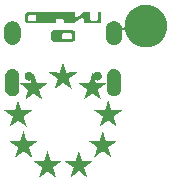
<source format=gbs>
G04 #@! TF.GenerationSoftware,KiCad,Pcbnew,(5.99.0-840-g2507f985a)*
G04 #@! TF.CreationDate,2020-03-22T20:28:13-03:00*
G04 #@! TF.ProjectId,Unified-Daughterboard,556e6966-6965-4642-9d44-617567687465,rev?*
G04 #@! TF.SameCoordinates,Original*
G04 #@! TF.FileFunction,Soldermask,Bot*
G04 #@! TF.FilePolarity,Negative*
%FSLAX46Y46*%
G04 Gerber Fmt 4.6, Leading zero omitted, Abs format (unit mm)*
G04 Created by KiCad (PCBNEW (5.99.0-840-g2507f985a)) date 2020-03-22 20:28:13*
%MOMM*%
%LPD*%
G01*
G04 APERTURE LIST*
G04 APERTURE END LIST*
G36*
X74998695Y-61627933D02*
G01*
X74999583Y-61630447D01*
X75001611Y-61636506D01*
X75004728Y-61645947D01*
X75008881Y-61658611D01*
X75014018Y-61674335D01*
X75020087Y-61692957D01*
X75027035Y-61714317D01*
X75034811Y-61738253D01*
X75043361Y-61764604D01*
X75052635Y-61793208D01*
X75062580Y-61823904D01*
X75073143Y-61856530D01*
X75084272Y-61890925D01*
X75095916Y-61926928D01*
X75108022Y-61964378D01*
X75120537Y-62003112D01*
X75133410Y-62042969D01*
X75146589Y-62083789D01*
X75160020Y-62125409D01*
X75173653Y-62167668D01*
X75187434Y-62210406D01*
X75201312Y-62253459D01*
X75215234Y-62296668D01*
X75229149Y-62339870D01*
X75243003Y-62382905D01*
X75256746Y-62425610D01*
X75270323Y-62467825D01*
X75277197Y-62489201D01*
X75731058Y-62487802D01*
X75746413Y-62487755D01*
X75798486Y-62487602D01*
X75846765Y-62487473D01*
X75891349Y-62487366D01*
X75932333Y-62487281D01*
X75969815Y-62487220D01*
X76003893Y-62487182D01*
X76034664Y-62487168D01*
X76062226Y-62487177D01*
X76086675Y-62487210D01*
X76108109Y-62487267D01*
X76126626Y-62487348D01*
X76142322Y-62487453D01*
X76155296Y-62487583D01*
X76165644Y-62487737D01*
X76173464Y-62487916D01*
X76178853Y-62488120D01*
X76181908Y-62488349D01*
X76182728Y-62488604D01*
X76182018Y-62489152D01*
X76178383Y-62491838D01*
X76171800Y-62496655D01*
X76162410Y-62503501D01*
X76150355Y-62512273D01*
X76135776Y-62522869D01*
X76118813Y-62535186D01*
X76099609Y-62549123D01*
X76078305Y-62564576D01*
X76055042Y-62581443D01*
X76029961Y-62599621D01*
X76003203Y-62619009D01*
X75974911Y-62639504D01*
X75945224Y-62661002D01*
X75914285Y-62683403D01*
X75882234Y-62706603D01*
X75849214Y-62730500D01*
X75815364Y-62754991D01*
X75794325Y-62770215D01*
X75761014Y-62794332D01*
X75728638Y-62817787D01*
X75697337Y-62840478D01*
X75667251Y-62862304D01*
X75638521Y-62883162D01*
X75611286Y-62902950D01*
X75585686Y-62921567D01*
X75561861Y-62938909D01*
X75539953Y-62954876D01*
X75520100Y-62969365D01*
X75502443Y-62982273D01*
X75487121Y-62993499D01*
X75474276Y-63002942D01*
X75464047Y-63010497D01*
X75456574Y-63016065D01*
X75451997Y-63019542D01*
X75450457Y-63020827D01*
X75450653Y-63021469D01*
X75451925Y-63025433D01*
X75454331Y-63032865D01*
X75457818Y-63043597D01*
X75462332Y-63057466D01*
X75467818Y-63074304D01*
X75474223Y-63093946D01*
X75481492Y-63116226D01*
X75489571Y-63140979D01*
X75498406Y-63168038D01*
X75507942Y-63197237D01*
X75518127Y-63228411D01*
X75528904Y-63261394D01*
X75540221Y-63296020D01*
X75552024Y-63332123D01*
X75564257Y-63369538D01*
X75576868Y-63408098D01*
X75589801Y-63447638D01*
X75596765Y-63468928D01*
X75609553Y-63508022D01*
X75621998Y-63546069D01*
X75634045Y-63582904D01*
X75645640Y-63618357D01*
X75656728Y-63652263D01*
X75667255Y-63684454D01*
X75677165Y-63714761D01*
X75686404Y-63743019D01*
X75694918Y-63769059D01*
X75702650Y-63792713D01*
X75709548Y-63813816D01*
X75715555Y-63832198D01*
X75720617Y-63847693D01*
X75724680Y-63860134D01*
X75727689Y-63869352D01*
X75729589Y-63875181D01*
X75730325Y-63877454D01*
X75730632Y-63878498D01*
X75730844Y-63880936D01*
X75729110Y-63880516D01*
X75728469Y-63880067D01*
X75724936Y-63877522D01*
X75718459Y-63872827D01*
X75709180Y-63866087D01*
X75697240Y-63857404D01*
X75682779Y-63846881D01*
X75665941Y-63834622D01*
X75646866Y-63820729D01*
X75625695Y-63805306D01*
X75602570Y-63788454D01*
X75577632Y-63770279D01*
X75551024Y-63750882D01*
X75522885Y-63730367D01*
X75493358Y-63708836D01*
X75462584Y-63686393D01*
X75430705Y-63663141D01*
X75397862Y-63639182D01*
X75364196Y-63614621D01*
X75345043Y-63600648D01*
X75311829Y-63576423D01*
X75279519Y-63552865D01*
X75248253Y-63530075D01*
X75218173Y-63508158D01*
X75189421Y-63487214D01*
X75162137Y-63467349D01*
X75136463Y-63448663D01*
X75112540Y-63431261D01*
X75090510Y-63415244D01*
X75070514Y-63400715D01*
X75052693Y-63387778D01*
X75037189Y-63376535D01*
X75024142Y-63367089D01*
X75013696Y-63359542D01*
X75005989Y-63353998D01*
X75001165Y-63350559D01*
X74999365Y-63349328D01*
X74998538Y-63349757D01*
X74994749Y-63352262D01*
X74988029Y-63356913D01*
X74978519Y-63363608D01*
X74966360Y-63372246D01*
X74951693Y-63382726D01*
X74934658Y-63394945D01*
X74915395Y-63408803D01*
X74894046Y-63424198D01*
X74870749Y-63441029D01*
X74845647Y-63459194D01*
X74818880Y-63478591D01*
X74790588Y-63499119D01*
X74760911Y-63520678D01*
X74729991Y-63543164D01*
X74697968Y-63566477D01*
X74664982Y-63590515D01*
X74631174Y-63615177D01*
X74608788Y-63631513D01*
X74575538Y-63655769D01*
X74543219Y-63679338D01*
X74511970Y-63702117D01*
X74481931Y-63724005D01*
X74453241Y-63744902D01*
X74426040Y-63764704D01*
X74400467Y-63783312D01*
X74376663Y-63800622D01*
X74354766Y-63816535D01*
X74334917Y-63830948D01*
X74317255Y-63843760D01*
X74301919Y-63854869D01*
X74289049Y-63864175D01*
X74278786Y-63871574D01*
X74271267Y-63876967D01*
X74266634Y-63880252D01*
X74265025Y-63881326D01*
X74265239Y-63880537D01*
X74266541Y-63876354D01*
X74268978Y-63868716D01*
X74272494Y-63857789D01*
X74277038Y-63843737D01*
X74282555Y-63826725D01*
X74288992Y-63806917D01*
X74296295Y-63784478D01*
X74304410Y-63759572D01*
X74313284Y-63732364D01*
X74322863Y-63703018D01*
X74333093Y-63671698D01*
X74343921Y-63638570D01*
X74355293Y-63603798D01*
X74367156Y-63567546D01*
X74379455Y-63529979D01*
X74392138Y-63491261D01*
X74405150Y-63451556D01*
X74413398Y-63426395D01*
X74426218Y-63387268D01*
X74438678Y-63349223D01*
X74450726Y-63312423D01*
X74462306Y-63277034D01*
X74473366Y-63243220D01*
X74483850Y-63211149D01*
X74493705Y-63180983D01*
X74502878Y-63152889D01*
X74511314Y-63127032D01*
X74518960Y-63103577D01*
X74525761Y-63082689D01*
X74531664Y-63064533D01*
X74536614Y-63049274D01*
X74540558Y-63037078D01*
X74543443Y-63028110D01*
X74545213Y-63022534D01*
X74545815Y-63020517D01*
X74545120Y-63019893D01*
X74541520Y-63017113D01*
X74534974Y-63012209D01*
X74525623Y-63005285D01*
X74513608Y-62996441D01*
X74499067Y-62985780D01*
X74482141Y-62973403D01*
X74462969Y-62959412D01*
X74441692Y-62943910D01*
X74418450Y-62926997D01*
X74393382Y-62908776D01*
X74366628Y-62889349D01*
X74338329Y-62868818D01*
X74308623Y-62847284D01*
X74277652Y-62824849D01*
X74245555Y-62801615D01*
X74212472Y-62777684D01*
X74178542Y-62753158D01*
X74155790Y-62736715D01*
X74122416Y-62712592D01*
X74089981Y-62689143D01*
X74058626Y-62666468D01*
X74028489Y-62644668D01*
X73999711Y-62623846D01*
X73972432Y-62604102D01*
X73946791Y-62585538D01*
X73922929Y-62568256D01*
X73900984Y-62552355D01*
X73881098Y-62537938D01*
X73863409Y-62525107D01*
X73848058Y-62513961D01*
X73835185Y-62504604D01*
X73824928Y-62497135D01*
X73817430Y-62491657D01*
X73812828Y-62488270D01*
X73811263Y-62487076D01*
X73812180Y-62487035D01*
X73816707Y-62486986D01*
X73824861Y-62486950D01*
X73836470Y-62486926D01*
X73851363Y-62486914D01*
X73869366Y-62486914D01*
X73890307Y-62486925D01*
X73914015Y-62486948D01*
X73940317Y-62486981D01*
X73969040Y-62487025D01*
X74000012Y-62487079D01*
X74033062Y-62487144D01*
X74068016Y-62487218D01*
X74104702Y-62487303D01*
X74142948Y-62487396D01*
X74182582Y-62487499D01*
X74223431Y-62487611D01*
X74265324Y-62487732D01*
X74719385Y-62489070D01*
X74847658Y-62090600D01*
X74857992Y-62058498D01*
X74870288Y-62020304D01*
X74882302Y-61982987D01*
X74893972Y-61946739D01*
X74905238Y-61911749D01*
X74916038Y-61878207D01*
X74926310Y-61846304D01*
X74935995Y-61816229D01*
X74945029Y-61788174D01*
X74953353Y-61762327D01*
X74960905Y-61738879D01*
X74967624Y-61718020D01*
X74973448Y-61699941D01*
X74978317Y-61684831D01*
X74982168Y-61672881D01*
X74984942Y-61664280D01*
X74986575Y-61659220D01*
X74989729Y-61649731D01*
X74992949Y-61640613D01*
X74995656Y-61633557D01*
X74997633Y-61629123D01*
X74998664Y-61627871D01*
X74998695Y-61627933D01*
G37*
G36*
X77488028Y-62527923D02*
G01*
X77488268Y-62528373D01*
X77488658Y-62529318D01*
X77489246Y-62530896D01*
X77490075Y-62533250D01*
X77491192Y-62536520D01*
X77492643Y-62540847D01*
X77494474Y-62546370D01*
X77496729Y-62553232D01*
X77499455Y-62561572D01*
X77502698Y-62571532D01*
X77506502Y-62583252D01*
X77510915Y-62596872D01*
X77515981Y-62612534D01*
X77521747Y-62630378D01*
X77528258Y-62650544D01*
X77535559Y-62673174D01*
X77543697Y-62698408D01*
X77552717Y-62726387D01*
X77562664Y-62757251D01*
X77573586Y-62791142D01*
X77585527Y-62828199D01*
X77598532Y-62868564D01*
X77612649Y-62912377D01*
X77627922Y-62959779D01*
X77638362Y-62992183D01*
X77650512Y-63029886D01*
X77662339Y-63066585D01*
X77673785Y-63102098D01*
X77684791Y-63136244D01*
X77695298Y-63168841D01*
X77705249Y-63199707D01*
X77714584Y-63228660D01*
X77723246Y-63255519D01*
X77731174Y-63280101D01*
X77738311Y-63302226D01*
X77744598Y-63321711D01*
X77749977Y-63338376D01*
X77754389Y-63352037D01*
X77757774Y-63362513D01*
X77760076Y-63369623D01*
X77761235Y-63373186D01*
X77767029Y-63390819D01*
X78221092Y-63390146D01*
X78250184Y-63390105D01*
X78291354Y-63390053D01*
X78331354Y-63390009D01*
X78370013Y-63389975D01*
X78407158Y-63389948D01*
X78442619Y-63389931D01*
X78476222Y-63389921D01*
X78507797Y-63389920D01*
X78537172Y-63389927D01*
X78564174Y-63389943D01*
X78588632Y-63389967D01*
X78610375Y-63389998D01*
X78629230Y-63390038D01*
X78645025Y-63390085D01*
X78657589Y-63390140D01*
X78666750Y-63390203D01*
X78672336Y-63390274D01*
X78674175Y-63390352D01*
X78673515Y-63390839D01*
X78669963Y-63393421D01*
X78663463Y-63398134D01*
X78654154Y-63404875D01*
X78642179Y-63413542D01*
X78627677Y-63424035D01*
X78610789Y-63436251D01*
X78591656Y-63450089D01*
X78570419Y-63465446D01*
X78547217Y-63482222D01*
X78522193Y-63500314D01*
X78495486Y-63519621D01*
X78467237Y-63540040D01*
X78437588Y-63561472D01*
X78406678Y-63583812D01*
X78374648Y-63606961D01*
X78341639Y-63630815D01*
X78307791Y-63655275D01*
X78286834Y-63670419D01*
X78253477Y-63694525D01*
X78221043Y-63717967D01*
X78189671Y-63740643D01*
X78159503Y-63762451D01*
X78130679Y-63783290D01*
X78103340Y-63803057D01*
X78077628Y-63821650D01*
X78053684Y-63838967D01*
X78031647Y-63854907D01*
X78011659Y-63869368D01*
X77993862Y-63882248D01*
X77978395Y-63893444D01*
X77965400Y-63902855D01*
X77955018Y-63910379D01*
X77947389Y-63915914D01*
X77942655Y-63919358D01*
X77940956Y-63920609D01*
X77941090Y-63921329D01*
X77942257Y-63925412D01*
X77944561Y-63932956D01*
X77947949Y-63943794D01*
X77952368Y-63957762D01*
X77957763Y-63974694D01*
X77964082Y-63994425D01*
X77971272Y-64016790D01*
X77979279Y-64041624D01*
X77988049Y-64068761D01*
X77997530Y-64098037D01*
X78007668Y-64129286D01*
X78018409Y-64162343D01*
X78029700Y-64197042D01*
X78041489Y-64233219D01*
X78053721Y-64270708D01*
X78066343Y-64309344D01*
X78079302Y-64348962D01*
X78086789Y-64371838D01*
X78099601Y-64410986D01*
X78112069Y-64449083D01*
X78124138Y-64485963D01*
X78135754Y-64521459D01*
X78146861Y-64555403D01*
X78157405Y-64587628D01*
X78167332Y-64617967D01*
X78176586Y-64646253D01*
X78185114Y-64672320D01*
X78192860Y-64695999D01*
X78199769Y-64717123D01*
X78205788Y-64735527D01*
X78210860Y-64751041D01*
X78214933Y-64763500D01*
X78217950Y-64772737D01*
X78219858Y-64778583D01*
X78220602Y-64780872D01*
X78222127Y-64785720D01*
X78215487Y-64780731D01*
X78214148Y-64779739D01*
X78209620Y-64776415D01*
X78202258Y-64771024D01*
X78192233Y-64763694D01*
X78179716Y-64754548D01*
X78164880Y-64743711D01*
X78147896Y-64731309D01*
X78128934Y-64717467D01*
X78108167Y-64702309D01*
X78085766Y-64685960D01*
X78061902Y-64668547D01*
X78036747Y-64650193D01*
X78010472Y-64631023D01*
X77983248Y-64611163D01*
X77955247Y-64590738D01*
X77926641Y-64569873D01*
X77897600Y-64548692D01*
X77868297Y-64527320D01*
X77838902Y-64505883D01*
X77809587Y-64484506D01*
X77780524Y-64463314D01*
X77751883Y-64442431D01*
X77723836Y-64421983D01*
X77696556Y-64402095D01*
X77670212Y-64382891D01*
X77644977Y-64364497D01*
X77621021Y-64347037D01*
X77598517Y-64330637D01*
X77577636Y-64315422D01*
X77558549Y-64301517D01*
X77541427Y-64289046D01*
X77526443Y-64278135D01*
X77513766Y-64268909D01*
X77503570Y-64261493D01*
X77496025Y-64256011D01*
X77491302Y-64252589D01*
X77489573Y-64251351D01*
X77488737Y-64251783D01*
X77484938Y-64254293D01*
X77478211Y-64258948D01*
X77468696Y-64265647D01*
X77456532Y-64274288D01*
X77441861Y-64284769D01*
X77424822Y-64296991D01*
X77405556Y-64310851D01*
X77384202Y-64326248D01*
X77360902Y-64343081D01*
X77335795Y-64361249D01*
X77309021Y-64380651D01*
X77280721Y-64401184D01*
X77251035Y-64422749D01*
X77220104Y-64445244D01*
X77188067Y-64468567D01*
X77155064Y-64492617D01*
X77121237Y-64517293D01*
X77098403Y-64533957D01*
X77065140Y-64558226D01*
X77032810Y-64581809D01*
X77001552Y-64604604D01*
X76971507Y-64626509D01*
X76942813Y-64647423D01*
X76915610Y-64667244D01*
X76890038Y-64685871D01*
X76866236Y-64703202D01*
X76844343Y-64719136D01*
X76824499Y-64733570D01*
X76806843Y-64746405D01*
X76791515Y-64757537D01*
X76778654Y-64766867D01*
X76768400Y-64774291D01*
X76760892Y-64779709D01*
X76756270Y-64783019D01*
X76754673Y-64784119D01*
X76754920Y-64783261D01*
X76756274Y-64778977D01*
X76758757Y-64771244D01*
X76762318Y-64760226D01*
X76766902Y-64746087D01*
X76772457Y-64728990D01*
X76778927Y-64709100D01*
X76786261Y-64686582D01*
X76794405Y-64661598D01*
X76803304Y-64634314D01*
X76812906Y-64604892D01*
X76823157Y-64573498D01*
X76834004Y-64540296D01*
X76845392Y-64505449D01*
X76857270Y-64469121D01*
X76869582Y-64431477D01*
X76882275Y-64392681D01*
X76895297Y-64352896D01*
X76904049Y-64326150D01*
X76916847Y-64286993D01*
X76929273Y-64248928D01*
X76941273Y-64212117D01*
X76952794Y-64176726D01*
X76963782Y-64142919D01*
X76974186Y-64110860D01*
X76983951Y-64080715D01*
X76993024Y-64052648D01*
X77001353Y-64026822D01*
X77008884Y-64003404D01*
X77015565Y-63982556D01*
X77021341Y-63964445D01*
X77026161Y-63949234D01*
X77029970Y-63937087D01*
X77032716Y-63928170D01*
X77034346Y-63922647D01*
X77034806Y-63920682D01*
X77034421Y-63920391D01*
X77031328Y-63918127D01*
X77025266Y-63913718D01*
X77016376Y-63907266D01*
X77004801Y-63898873D01*
X76990684Y-63888644D01*
X76974166Y-63876681D01*
X76955390Y-63863086D01*
X76934498Y-63847964D01*
X76911633Y-63831417D01*
X76886936Y-63813547D01*
X76860551Y-63794458D01*
X76832619Y-63774254D01*
X76803282Y-63753036D01*
X76772684Y-63730908D01*
X76740965Y-63707973D01*
X76708269Y-63684333D01*
X76674738Y-63660092D01*
X76660626Y-63649891D01*
X76627314Y-63625809D01*
X76594846Y-63602338D01*
X76563371Y-63579584D01*
X76533032Y-63557651D01*
X76503976Y-63536645D01*
X76476348Y-63516671D01*
X76450294Y-63497835D01*
X76425960Y-63480242D01*
X76403490Y-63463996D01*
X76383032Y-63449204D01*
X76364729Y-63435971D01*
X76348729Y-63424402D01*
X76335177Y-63414601D01*
X76324217Y-63406676D01*
X76315997Y-63400730D01*
X76310660Y-63396869D01*
X76308354Y-63395198D01*
X76300517Y-63389494D01*
X76754662Y-63390157D01*
X77208807Y-63390819D01*
X77227237Y-63334000D01*
X77227590Y-63332913D01*
X77230266Y-63324649D01*
X77234063Y-63312907D01*
X77238912Y-63297901D01*
X77244745Y-63279845D01*
X77251492Y-63258952D01*
X77259085Y-63235437D01*
X77267454Y-63209513D01*
X77276531Y-63181393D01*
X77286245Y-63151292D01*
X77296530Y-63119423D01*
X77307314Y-63086000D01*
X77318530Y-63051237D01*
X77330109Y-63015347D01*
X77341981Y-62978545D01*
X77354077Y-62941043D01*
X77366329Y-62903056D01*
X77371791Y-62886124D01*
X77383614Y-62849477D01*
X77395094Y-62813910D01*
X77406174Y-62779599D01*
X77416795Y-62746720D01*
X77426901Y-62715450D01*
X77436435Y-62685965D01*
X77445339Y-62658444D01*
X77453556Y-62633061D01*
X77461029Y-62609995D01*
X77467701Y-62589421D01*
X77473514Y-62571517D01*
X77478412Y-62556459D01*
X77482337Y-62544424D01*
X77485231Y-62535588D01*
X77487038Y-62530128D01*
X77487701Y-62528222D01*
X77487756Y-62528128D01*
X77487817Y-62527941D01*
X77487893Y-62527826D01*
X77488028Y-62527923D01*
G37*
G36*
X72510520Y-62537759D02*
G01*
X72512022Y-62541881D01*
X72514633Y-62549461D01*
X72518300Y-62560334D01*
X72522968Y-62574337D01*
X72528586Y-62591307D01*
X72535098Y-62611080D01*
X72542452Y-62633493D01*
X72550594Y-62658382D01*
X72559472Y-62685583D01*
X72569031Y-62714934D01*
X72579218Y-62746271D01*
X72589980Y-62779431D01*
X72601264Y-62814249D01*
X72613016Y-62850562D01*
X72625182Y-62888208D01*
X72637710Y-62927022D01*
X72650546Y-62966841D01*
X72789502Y-63398193D01*
X73244050Y-63396860D01*
X73275620Y-63396771D01*
X73322564Y-63396651D01*
X73367285Y-63396551D01*
X73409670Y-63396473D01*
X73449606Y-63396416D01*
X73486979Y-63396379D01*
X73521676Y-63396363D01*
X73553585Y-63396368D01*
X73582593Y-63396393D01*
X73608586Y-63396438D01*
X73631452Y-63396504D01*
X73651077Y-63396589D01*
X73667349Y-63396695D01*
X73680155Y-63396820D01*
X73689381Y-63396966D01*
X73694914Y-63397131D01*
X73696642Y-63397315D01*
X73695938Y-63397845D01*
X73692312Y-63400500D01*
X73685737Y-63405284D01*
X73676355Y-63412096D01*
X73664306Y-63420833D01*
X73649732Y-63431393D01*
X73632775Y-63443675D01*
X73613575Y-63457575D01*
X73592273Y-63472993D01*
X73569010Y-63489825D01*
X73543929Y-63507969D01*
X73517170Y-63527324D01*
X73488873Y-63547787D01*
X73459182Y-63569256D01*
X73428235Y-63591628D01*
X73396176Y-63614803D01*
X73363144Y-63638676D01*
X73329282Y-63663147D01*
X73308209Y-63678375D01*
X73274868Y-63702469D01*
X73242454Y-63725894D01*
X73211107Y-63748549D01*
X73180968Y-63770332D01*
X73152177Y-63791142D01*
X73124876Y-63810877D01*
X73099204Y-63829434D01*
X73075303Y-63846714D01*
X73053312Y-63862613D01*
X73033373Y-63877030D01*
X73015626Y-63889865D01*
X73000212Y-63901014D01*
X72987271Y-63910376D01*
X72976943Y-63917850D01*
X72969371Y-63923334D01*
X72964693Y-63926727D01*
X72963051Y-63927926D01*
X72963046Y-63927949D01*
X72963408Y-63929382D01*
X72964516Y-63933071D01*
X72966388Y-63939078D01*
X72969047Y-63947468D01*
X72972512Y-63958305D01*
X72976806Y-63971651D01*
X72981947Y-63987572D01*
X72987959Y-64006131D01*
X72994860Y-64027392D01*
X73002672Y-64051418D01*
X73011416Y-64078274D01*
X73021113Y-64108022D01*
X73031783Y-64140728D01*
X73043448Y-64176455D01*
X73056127Y-64215266D01*
X73069842Y-64257225D01*
X73084614Y-64302397D01*
X73100463Y-64350845D01*
X73117411Y-64402633D01*
X73135478Y-64457825D01*
X73154684Y-64516484D01*
X73175051Y-64578674D01*
X73196600Y-64644460D01*
X73219351Y-64713904D01*
X73221991Y-64721988D01*
X73227147Y-64737927D01*
X73231776Y-64752444D01*
X73235761Y-64765158D01*
X73238984Y-64775686D01*
X73241326Y-64783643D01*
X73242670Y-64788647D01*
X73242898Y-64790316D01*
X73242225Y-64789861D01*
X73238656Y-64787316D01*
X73232149Y-64782623D01*
X73222844Y-64775887D01*
X73210882Y-64767209D01*
X73196403Y-64756691D01*
X73179547Y-64744436D01*
X73160456Y-64730547D01*
X73139270Y-64715125D01*
X73116129Y-64698273D01*
X73091175Y-64680093D01*
X73064546Y-64660688D01*
X73036386Y-64640160D01*
X73006833Y-64618611D01*
X72976028Y-64596144D01*
X72944112Y-64572862D01*
X72911226Y-64548865D01*
X72877510Y-64524258D01*
X72857020Y-64509304D01*
X72823779Y-64485051D01*
X72791449Y-64461472D01*
X72760169Y-64438669D01*
X72730081Y-64416744D01*
X72701325Y-64395799D01*
X72674043Y-64375937D01*
X72648376Y-64357261D01*
X72624464Y-64339873D01*
X72602448Y-64323875D01*
X72582469Y-64309369D01*
X72564668Y-64296459D01*
X72549186Y-64285245D01*
X72536163Y-64275832D01*
X72525741Y-64268320D01*
X72518060Y-64262813D01*
X72513262Y-64259413D01*
X72511487Y-64258223D01*
X72510701Y-64258663D01*
X72506967Y-64261183D01*
X72500301Y-64265850D01*
X72490844Y-64272560D01*
X72478735Y-64281213D01*
X72464115Y-64291706D01*
X72447126Y-64303939D01*
X72427906Y-64317808D01*
X72406597Y-64333213D01*
X72383340Y-64350052D01*
X72358275Y-64368224D01*
X72331542Y-64387625D01*
X72303282Y-64408156D01*
X72273635Y-64429713D01*
X72242743Y-64452196D01*
X72210745Y-64475502D01*
X72177782Y-64499530D01*
X72143995Y-64524179D01*
X72121997Y-64540231D01*
X72088755Y-64564479D01*
X72056441Y-64588040D01*
X72025195Y-64610814D01*
X71995157Y-64632697D01*
X71966465Y-64653589D01*
X71939261Y-64673388D01*
X71913683Y-64691993D01*
X71889872Y-64709301D01*
X71867967Y-64725212D01*
X71848109Y-64739624D01*
X71830436Y-64752435D01*
X71815088Y-64763544D01*
X71802206Y-64772849D01*
X71791929Y-64780249D01*
X71784397Y-64785642D01*
X71779750Y-64788926D01*
X71778126Y-64790001D01*
X71778244Y-64789545D01*
X71779361Y-64785937D01*
X71781599Y-64778905D01*
X71784892Y-64768648D01*
X71789176Y-64755369D01*
X71794385Y-64739268D01*
X71800452Y-64720548D01*
X71807312Y-64699409D01*
X71814899Y-64676053D01*
X71823149Y-64650681D01*
X71831994Y-64623495D01*
X71841369Y-64594695D01*
X71851209Y-64564484D01*
X71861448Y-64533062D01*
X71872020Y-64500631D01*
X71882860Y-64467392D01*
X71893901Y-64433547D01*
X71905078Y-64399297D01*
X71916326Y-64364843D01*
X71927578Y-64330387D01*
X71938769Y-64296129D01*
X71949834Y-64262272D01*
X71960706Y-64229017D01*
X71971319Y-64196565D01*
X71981609Y-64165117D01*
X71991510Y-64134875D01*
X72000955Y-64106040D01*
X72009879Y-64078813D01*
X72018216Y-64053396D01*
X72025901Y-64029991D01*
X72032868Y-64008797D01*
X72039051Y-63990018D01*
X72044384Y-63973854D01*
X72048803Y-63960506D01*
X72059356Y-63928696D01*
X71695580Y-63665825D01*
X71676478Y-63652020D01*
X71643102Y-63627895D01*
X71610622Y-63604409D01*
X71579181Y-63581667D01*
X71548921Y-63559773D01*
X71519984Y-63538829D01*
X71492514Y-63518939D01*
X71466653Y-63500206D01*
X71442543Y-63482733D01*
X71420327Y-63466624D01*
X71400147Y-63451983D01*
X71382146Y-63438912D01*
X71366467Y-63427515D01*
X71353253Y-63417895D01*
X71342644Y-63410156D01*
X71334785Y-63404401D01*
X71329818Y-63400733D01*
X71327885Y-63399256D01*
X71327566Y-63398914D01*
X71327411Y-63398535D01*
X71327641Y-63398187D01*
X71328404Y-63397870D01*
X71329846Y-63397581D01*
X71332115Y-63397321D01*
X71335357Y-63397089D01*
X71339721Y-63396883D01*
X71345354Y-63396704D01*
X71352402Y-63396551D01*
X71361012Y-63396422D01*
X71371333Y-63396317D01*
X71383512Y-63396235D01*
X71397694Y-63396175D01*
X71414029Y-63396138D01*
X71432663Y-63396121D01*
X71453743Y-63396124D01*
X71477416Y-63396147D01*
X71503830Y-63396188D01*
X71533132Y-63396247D01*
X71565469Y-63396323D01*
X71600988Y-63396415D01*
X71639837Y-63396524D01*
X71682163Y-63396646D01*
X71728113Y-63396783D01*
X71777835Y-63396934D01*
X72231703Y-63398310D01*
X72237907Y-63378890D01*
X72241505Y-63367638D01*
X72247677Y-63348373D01*
X72254632Y-63326694D01*
X72262308Y-63302800D01*
X72270640Y-63276890D01*
X72279564Y-63249160D01*
X72289017Y-63219810D01*
X72298933Y-63189037D01*
X72309248Y-63157040D01*
X72319900Y-63124017D01*
X72330823Y-63090166D01*
X72341954Y-63055685D01*
X72353228Y-63020772D01*
X72364582Y-62985625D01*
X72375951Y-62950443D01*
X72387271Y-62915424D01*
X72398478Y-62880766D01*
X72409509Y-62846667D01*
X72420298Y-62813325D01*
X72430782Y-62780938D01*
X72440898Y-62749705D01*
X72450580Y-62719824D01*
X72459764Y-62691492D01*
X72468387Y-62664909D01*
X72476385Y-62640271D01*
X72483693Y-62617778D01*
X72490248Y-62597628D01*
X72495985Y-62580018D01*
X72500839Y-62565147D01*
X72504749Y-62553212D01*
X72507648Y-62544413D01*
X72509473Y-62538947D01*
X72510159Y-62537013D01*
X72510520Y-62537759D01*
G37*
G36*
X78815571Y-64820949D02*
G01*
X78817030Y-64825195D01*
X78819600Y-64832896D01*
X78823228Y-64843890D01*
X78827862Y-64858010D01*
X78833447Y-64875094D01*
X78839931Y-64894977D01*
X78847260Y-64917494D01*
X78855381Y-64942483D01*
X78864241Y-64969778D01*
X78873786Y-64999215D01*
X78883962Y-65030630D01*
X78894718Y-65063860D01*
X78905999Y-65098739D01*
X78917751Y-65135105D01*
X78929923Y-65172791D01*
X78942460Y-65211635D01*
X78955309Y-65251472D01*
X79094396Y-65682835D01*
X79548968Y-65681585D01*
X79552583Y-65681575D01*
X79603969Y-65681438D01*
X79651568Y-65681320D01*
X79695502Y-65681221D01*
X79735893Y-65681141D01*
X79772864Y-65681080D01*
X79806537Y-65681040D01*
X79837035Y-65681019D01*
X79864481Y-65681019D01*
X79888996Y-65681040D01*
X79910704Y-65681082D01*
X79929727Y-65681145D01*
X79946187Y-65681230D01*
X79960208Y-65681337D01*
X79971910Y-65681467D01*
X79981418Y-65681619D01*
X79988854Y-65681794D01*
X79994339Y-65681993D01*
X79997997Y-65682215D01*
X79999950Y-65682461D01*
X80000321Y-65682731D01*
X79999598Y-65683257D01*
X79995929Y-65685915D01*
X79989310Y-65690706D01*
X79979882Y-65697526D01*
X79967787Y-65706273D01*
X79953168Y-65716845D01*
X79936167Y-65729138D01*
X79916924Y-65743050D01*
X79895584Y-65758479D01*
X79872286Y-65775322D01*
X79847174Y-65793476D01*
X79820389Y-65812839D01*
X79792073Y-65833307D01*
X79762368Y-65854779D01*
X79731417Y-65877152D01*
X79699360Y-65900323D01*
X79666341Y-65924189D01*
X79632500Y-65948648D01*
X79612107Y-65963391D01*
X79578795Y-65987488D01*
X79546413Y-66010929D01*
X79515102Y-66033612D01*
X79485003Y-66055434D01*
X79456256Y-66076294D01*
X79429001Y-66096089D01*
X79403379Y-66114716D01*
X79379530Y-66132074D01*
X79357596Y-66148060D01*
X79337715Y-66162572D01*
X79320029Y-66175507D01*
X79304678Y-66186763D01*
X79291803Y-66196238D01*
X79281544Y-66203829D01*
X79274041Y-66209435D01*
X79269435Y-66212952D01*
X79267867Y-66214279D01*
X79268045Y-66214936D01*
X79269286Y-66218930D01*
X79271665Y-66226390D01*
X79275126Y-66237151D01*
X79279616Y-66251046D01*
X79285080Y-66267911D01*
X79291466Y-66287578D01*
X79298717Y-66309882D01*
X79306782Y-66334657D01*
X79315604Y-66361735D01*
X79325131Y-66390953D01*
X79335308Y-66422142D01*
X79346081Y-66455138D01*
X79357396Y-66489775D01*
X79369200Y-66525885D01*
X79381436Y-66563303D01*
X79394053Y-66601864D01*
X79406995Y-66641400D01*
X79413936Y-66662600D01*
X79426731Y-66701687D01*
X79439181Y-66739729D01*
X79451232Y-66776558D01*
X79462829Y-66812008D01*
X79473917Y-66845911D01*
X79484441Y-66878098D01*
X79494347Y-66908404D01*
X79503580Y-66936661D01*
X79512085Y-66962700D01*
X79519808Y-66986355D01*
X79526694Y-67007458D01*
X79532688Y-67025842D01*
X79537736Y-67041340D01*
X79541783Y-67053783D01*
X79544773Y-67063004D01*
X79546654Y-67068837D01*
X79547369Y-67071114D01*
X79547545Y-67071827D01*
X79547716Y-67074544D01*
X79546045Y-67074246D01*
X79545353Y-67073757D01*
X79541747Y-67071151D01*
X79535200Y-67066399D01*
X79525855Y-67059603D01*
X79513851Y-67050866D01*
X79499331Y-67040292D01*
X79482435Y-67027982D01*
X79463304Y-67014040D01*
X79442079Y-66998570D01*
X79418903Y-66981673D01*
X79393914Y-66963452D01*
X79367256Y-66944011D01*
X79339069Y-66923452D01*
X79309494Y-66901878D01*
X79278672Y-66879393D01*
X79246744Y-66856098D01*
X79213852Y-66832097D01*
X79180137Y-66807493D01*
X79159820Y-66792668D01*
X79126605Y-66768438D01*
X79094305Y-66744886D01*
X79063060Y-66722112D01*
X79033012Y-66700221D01*
X79004301Y-66679312D01*
X78977068Y-66659489D01*
X78951452Y-66640855D01*
X78927596Y-66623510D01*
X78905638Y-66607557D01*
X78885720Y-66593098D01*
X78867982Y-66580236D01*
X78852566Y-66569072D01*
X78839610Y-66559710D01*
X78829257Y-66552250D01*
X78821646Y-66546794D01*
X78816918Y-66543446D01*
X78815214Y-66542308D01*
X78814475Y-66542780D01*
X78810813Y-66545349D01*
X78804217Y-66550063D01*
X78794827Y-66556818D01*
X78782784Y-66565514D01*
X78768228Y-66576049D01*
X78751299Y-66588320D01*
X78732137Y-66602225D01*
X78710882Y-66617663D01*
X78687675Y-66634532D01*
X78662655Y-66652730D01*
X78635964Y-66672154D01*
X78607741Y-66692704D01*
X78578127Y-66714277D01*
X78547261Y-66736771D01*
X78515285Y-66760085D01*
X78482337Y-66784116D01*
X78448559Y-66808763D01*
X78426537Y-66824831D01*
X78393307Y-66849065D01*
X78361006Y-66872606D01*
X78329774Y-66895354D01*
X78299751Y-66917205D01*
X78271077Y-66938061D01*
X78243890Y-66957818D01*
X78218331Y-66976377D01*
X78194540Y-66993635D01*
X78172655Y-67009492D01*
X78152817Y-67023847D01*
X78135165Y-67036598D01*
X78119838Y-67047643D01*
X78106978Y-67056883D01*
X78096722Y-67064215D01*
X78089211Y-67069538D01*
X78084584Y-67072752D01*
X78082981Y-67073754D01*
X78083177Y-67072991D01*
X78084449Y-67068839D01*
X78086856Y-67061229D01*
X78090344Y-67050327D01*
X78094858Y-67036296D01*
X78100346Y-67019304D01*
X78106754Y-66999513D01*
X78114028Y-66977091D01*
X78122114Y-66952201D01*
X78130958Y-66925010D01*
X78140508Y-66895682D01*
X78150709Y-66864383D01*
X78161507Y-66831277D01*
X78172849Y-66796530D01*
X78184680Y-66760307D01*
X78196949Y-66722773D01*
X78209600Y-66684093D01*
X78222579Y-66644433D01*
X78230452Y-66620382D01*
X78243246Y-66581279D01*
X78255683Y-66543251D01*
X78267707Y-66506463D01*
X78279265Y-66471081D01*
X78290304Y-66437270D01*
X78300769Y-66405197D01*
X78310607Y-66375025D01*
X78319763Y-66346922D01*
X78328184Y-66321053D01*
X78335815Y-66297582D01*
X78342604Y-66276677D01*
X78348495Y-66258501D01*
X78353435Y-66243222D01*
X78357371Y-66231004D01*
X78360247Y-66222012D01*
X78362011Y-66216414D01*
X78362609Y-66214373D01*
X78362039Y-66213840D01*
X78358629Y-66211177D01*
X78352266Y-66206385D01*
X78343091Y-66199567D01*
X78331243Y-66190825D01*
X78316864Y-66180261D01*
X78300094Y-66167977D01*
X78281072Y-66154077D01*
X78259940Y-66138661D01*
X78236839Y-66121834D01*
X78211907Y-66103696D01*
X78185287Y-66084351D01*
X78157118Y-66063900D01*
X78127542Y-66042446D01*
X78096697Y-66020092D01*
X78064725Y-65996939D01*
X78031767Y-65973091D01*
X77997962Y-65948648D01*
X77977952Y-65934185D01*
X77944577Y-65910063D01*
X77912107Y-65886594D01*
X77880684Y-65863880D01*
X77850450Y-65842026D01*
X77821546Y-65821132D01*
X77794114Y-65801302D01*
X77768297Y-65782638D01*
X77744237Y-65765243D01*
X77722074Y-65749220D01*
X77701952Y-65734672D01*
X77684013Y-65721700D01*
X77668397Y-65710408D01*
X77655248Y-65700897D01*
X77644707Y-65693272D01*
X77636915Y-65687634D01*
X77632016Y-65684086D01*
X77630151Y-65682731D01*
X77630129Y-65682712D01*
X77630605Y-65682443D01*
X77632671Y-65682199D01*
X77636451Y-65681979D01*
X77642066Y-65681782D01*
X77649640Y-65681608D01*
X77659295Y-65681458D01*
X77671152Y-65681330D01*
X77685336Y-65681224D01*
X77701968Y-65681140D01*
X77721170Y-65681078D01*
X77743066Y-65681038D01*
X77767778Y-65681018D01*
X77795428Y-65681020D01*
X77826139Y-65681042D01*
X77860034Y-65681084D01*
X77897234Y-65681146D01*
X77937863Y-65681227D01*
X77982043Y-65681328D01*
X78029896Y-65681447D01*
X78081545Y-65681585D01*
X78536146Y-65682835D01*
X78675205Y-65251482D01*
X78683845Y-65224688D01*
X78696488Y-65185498D01*
X78708784Y-65147411D01*
X78720679Y-65110591D01*
X78732119Y-65075203D01*
X78743052Y-65041410D01*
X78753424Y-65009377D01*
X78763181Y-64979268D01*
X78772271Y-64951247D01*
X78780640Y-64925479D01*
X78788234Y-64902127D01*
X78795002Y-64881356D01*
X78800888Y-64863330D01*
X78805840Y-64848213D01*
X78809805Y-64836169D01*
X78812730Y-64827363D01*
X78814560Y-64821958D01*
X78815243Y-64820120D01*
X78815571Y-64820949D01*
G37*
G36*
X71190512Y-64831782D02*
G01*
X71191848Y-64835782D01*
X71194301Y-64843254D01*
X71197819Y-64854031D01*
X71202347Y-64867947D01*
X71207831Y-64884837D01*
X71214219Y-64904534D01*
X71221455Y-64926872D01*
X71229487Y-64951685D01*
X71238261Y-64978807D01*
X71247722Y-65008073D01*
X71257818Y-65039315D01*
X71268495Y-65072368D01*
X71279698Y-65107066D01*
X71291374Y-65143243D01*
X71303469Y-65180732D01*
X71315931Y-65219368D01*
X71328704Y-65258985D01*
X71335736Y-65280801D01*
X71348355Y-65319935D01*
X71360635Y-65358012D01*
X71372523Y-65394864D01*
X71383965Y-65430325D01*
X71394906Y-65464227D01*
X71405294Y-65496403D01*
X71415073Y-65526686D01*
X71424190Y-65554910D01*
X71432592Y-65580908D01*
X71440223Y-65604511D01*
X71447031Y-65625554D01*
X71452960Y-65643869D01*
X71457958Y-65659290D01*
X71461970Y-65671649D01*
X71464942Y-65680779D01*
X71466821Y-65686513D01*
X71467551Y-65688685D01*
X71467618Y-65688821D01*
X71467968Y-65689201D01*
X71468664Y-65689552D01*
X71469855Y-65689874D01*
X71471689Y-65690169D01*
X71474316Y-65690439D01*
X71477885Y-65690683D01*
X71482543Y-65690903D01*
X71488441Y-65691101D01*
X71495727Y-65691277D01*
X71504549Y-65691433D01*
X71515057Y-65691569D01*
X71527400Y-65691687D01*
X71541726Y-65691787D01*
X71558184Y-65691871D01*
X71576924Y-65691941D01*
X71598093Y-65691996D01*
X71621841Y-65692039D01*
X71648317Y-65692070D01*
X71677669Y-65692090D01*
X71710047Y-65692101D01*
X71745599Y-65692103D01*
X71784474Y-65692098D01*
X71826822Y-65692087D01*
X71872790Y-65692071D01*
X71922527Y-65692050D01*
X71924486Y-65692050D01*
X71970110Y-65692038D01*
X72014029Y-65692042D01*
X72056104Y-65692060D01*
X72096197Y-65692093D01*
X72134170Y-65692140D01*
X72169884Y-65692199D01*
X72203201Y-65692272D01*
X72233982Y-65692357D01*
X72262090Y-65692453D01*
X72287386Y-65692561D01*
X72309731Y-65692680D01*
X72328988Y-65692810D01*
X72345018Y-65692949D01*
X72357683Y-65693098D01*
X72366844Y-65693256D01*
X72372363Y-65693422D01*
X72374102Y-65693596D01*
X72373460Y-65694079D01*
X72369927Y-65696665D01*
X72363441Y-65701383D01*
X72354145Y-65708132D01*
X72342179Y-65716810D01*
X72327685Y-65727313D01*
X72310805Y-65739540D01*
X72291679Y-65753388D01*
X72270450Y-65768755D01*
X72247258Y-65785539D01*
X72222245Y-65803637D01*
X72195552Y-65822947D01*
X72167321Y-65843366D01*
X72137693Y-65864793D01*
X72106810Y-65887124D01*
X72074813Y-65910258D01*
X72041843Y-65934093D01*
X72008042Y-65958525D01*
X71988158Y-65972899D01*
X71954840Y-65996996D01*
X71922444Y-66020441D01*
X71891111Y-66043131D01*
X71860981Y-66064963D01*
X71832197Y-66085834D01*
X71804899Y-66105643D01*
X71779228Y-66124286D01*
X71755324Y-66141662D01*
X71733329Y-66157667D01*
X71713384Y-66172199D01*
X71695630Y-66185156D01*
X71680207Y-66196434D01*
X71667257Y-66205932D01*
X71656921Y-66213547D01*
X71649339Y-66219177D01*
X71644653Y-66222718D01*
X71643003Y-66224068D01*
X71643177Y-66224893D01*
X71644416Y-66229142D01*
X71646791Y-66236848D01*
X71650248Y-66247845D01*
X71654734Y-66261967D01*
X71660195Y-66279049D01*
X71666579Y-66298924D01*
X71673830Y-66321429D01*
X71681896Y-66346396D01*
X71690723Y-66373662D01*
X71700257Y-66403059D01*
X71710446Y-66434423D01*
X71721235Y-66467588D01*
X71732571Y-66502388D01*
X71744400Y-66538658D01*
X71756669Y-66576233D01*
X71769324Y-66614947D01*
X71782312Y-66654634D01*
X71790334Y-66679136D01*
X71803130Y-66718227D01*
X71815568Y-66756234D01*
X71827594Y-66792992D01*
X71839153Y-66828337D01*
X71850193Y-66862103D01*
X71860660Y-66894125D01*
X71870499Y-66924239D01*
X71879656Y-66952279D01*
X71888079Y-66978081D01*
X71895712Y-67001479D01*
X71902502Y-67022308D01*
X71908396Y-67040403D01*
X71913338Y-67055600D01*
X71917277Y-67067733D01*
X71920156Y-67076637D01*
X71921923Y-67082148D01*
X71922524Y-67084099D01*
X71922476Y-67084373D01*
X71920769Y-67084700D01*
X71920093Y-67084241D01*
X71916519Y-67081690D01*
X71910006Y-67076992D01*
X71900696Y-67070250D01*
X71888728Y-67061566D01*
X71874244Y-67051043D01*
X71857384Y-67038783D01*
X71838288Y-67024888D01*
X71817097Y-67009461D01*
X71793952Y-66992604D01*
X71768993Y-66974420D01*
X71742361Y-66955010D01*
X71714197Y-66934479D01*
X71684641Y-66912927D01*
X71653834Y-66890457D01*
X71621917Y-66867172D01*
X71589029Y-66843174D01*
X71555313Y-66818565D01*
X71534719Y-66803534D01*
X71501496Y-66779289D01*
X71469191Y-66755718D01*
X71437943Y-66732924D01*
X71407894Y-66711009D01*
X71379183Y-66690075D01*
X71351951Y-66670225D01*
X71326339Y-66651561D01*
X71302487Y-66634185D01*
X71280536Y-66618199D01*
X71260625Y-66603706D01*
X71242896Y-66590808D01*
X71227489Y-66579608D01*
X71214543Y-66570207D01*
X71204201Y-66562708D01*
X71196602Y-66557213D01*
X71191886Y-66553825D01*
X71190194Y-66552645D01*
X71189457Y-66553095D01*
X71185800Y-66555630D01*
X71179210Y-66560310D01*
X71169827Y-66567034D01*
X71157791Y-66575699D01*
X71143242Y-66586204D01*
X71126321Y-66598446D01*
X71107167Y-66612326D01*
X71085920Y-66627739D01*
X71062721Y-66644586D01*
X71037710Y-66662764D01*
X71011027Y-66682171D01*
X70982812Y-66702707D01*
X70953204Y-66724268D01*
X70922345Y-66746753D01*
X70890375Y-66770061D01*
X70857432Y-66794090D01*
X70823658Y-66818738D01*
X70801694Y-66834770D01*
X70768453Y-66859020D01*
X70736139Y-66882581D01*
X70704890Y-66905353D01*
X70674847Y-66927233D01*
X70646150Y-66948121D01*
X70618938Y-66967913D01*
X70593352Y-66986510D01*
X70569530Y-67003810D01*
X70547614Y-67019710D01*
X70527742Y-67034110D01*
X70510056Y-67046908D01*
X70494693Y-67058003D01*
X70481795Y-67067293D01*
X70471501Y-67074676D01*
X70463951Y-67080052D01*
X70459285Y-67083318D01*
X70457643Y-67084374D01*
X70457826Y-67083601D01*
X70459080Y-67079441D01*
X70461468Y-67071825D01*
X70464937Y-67060918D01*
X70469434Y-67046885D01*
X70474905Y-67029890D01*
X70481297Y-67010098D01*
X70488555Y-66987675D01*
X70496628Y-66962784D01*
X70505460Y-66935590D01*
X70514999Y-66906259D01*
X70525192Y-66874955D01*
X70535984Y-66841842D01*
X70547322Y-66807086D01*
X70559153Y-66770850D01*
X70571423Y-66733301D01*
X70584080Y-66694602D01*
X70597068Y-66654918D01*
X70605147Y-66630235D01*
X70617941Y-66591117D01*
X70630369Y-66553075D01*
X70642378Y-66516275D01*
X70653914Y-66480883D01*
X70664925Y-66447063D01*
X70675356Y-66414982D01*
X70685154Y-66384804D01*
X70694265Y-66356696D01*
X70702636Y-66330821D01*
X70710213Y-66307347D01*
X70716943Y-66286438D01*
X70722772Y-66268260D01*
X70727646Y-66252977D01*
X70731513Y-66240756D01*
X70734318Y-66231762D01*
X70736008Y-66226160D01*
X70736529Y-66224116D01*
X70736025Y-66223669D01*
X70732720Y-66221131D01*
X70726456Y-66216456D01*
X70717374Y-66209749D01*
X70705615Y-66201112D01*
X70691321Y-66190647D01*
X70674633Y-66178458D01*
X70655693Y-66164647D01*
X70634640Y-66149317D01*
X70611618Y-66132571D01*
X70586766Y-66114511D01*
X70560227Y-66095241D01*
X70532142Y-66074863D01*
X70502651Y-66053480D01*
X70471896Y-66031195D01*
X70440019Y-66008110D01*
X70407160Y-65984329D01*
X70373462Y-65959954D01*
X70355556Y-65947006D01*
X70322233Y-65922908D01*
X70289801Y-65899453D01*
X70258402Y-65876744D01*
X70228181Y-65854884D01*
X70199279Y-65833978D01*
X70171839Y-65814128D01*
X70146003Y-65795437D01*
X70121916Y-65778010D01*
X70099719Y-65761948D01*
X70079556Y-65747356D01*
X70061568Y-65734337D01*
X70045900Y-65722993D01*
X70032693Y-65713429D01*
X70022090Y-65705748D01*
X70014235Y-65700053D01*
X70009269Y-65696447D01*
X70007336Y-65695034D01*
X70007174Y-65694849D01*
X70007364Y-65694532D01*
X70008307Y-65694240D01*
X70010145Y-65693971D01*
X70013023Y-65693725D01*
X70017085Y-65693501D01*
X70022474Y-65693297D01*
X70029335Y-65693114D01*
X70037812Y-65692949D01*
X70048047Y-65692803D01*
X70060187Y-65692674D01*
X70074373Y-65692561D01*
X70090751Y-65692464D01*
X70109464Y-65692381D01*
X70130656Y-65692311D01*
X70154471Y-65692254D01*
X70181053Y-65692209D01*
X70210546Y-65692174D01*
X70243095Y-65692149D01*
X70278841Y-65692133D01*
X70317931Y-65692124D01*
X70360508Y-65692123D01*
X70406715Y-65692128D01*
X70456696Y-65692138D01*
X70484836Y-65692143D01*
X70526027Y-65692145D01*
X70566063Y-65692142D01*
X70604774Y-65692133D01*
X70641986Y-65692118D01*
X70677525Y-65692099D01*
X70711220Y-65692074D01*
X70742897Y-65692044D01*
X70772384Y-65692010D01*
X70799507Y-65691972D01*
X70824095Y-65691929D01*
X70845974Y-65691882D01*
X70864971Y-65691832D01*
X70880914Y-65691779D01*
X70893629Y-65691722D01*
X70902944Y-65691662D01*
X70908686Y-65691600D01*
X70910683Y-65691535D01*
X70910982Y-65690700D01*
X70912398Y-65686443D01*
X70914928Y-65678729D01*
X70918519Y-65667723D01*
X70923117Y-65653589D01*
X70928669Y-65636491D01*
X70935121Y-65616595D01*
X70942421Y-65594065D01*
X70950515Y-65569065D01*
X70959350Y-65541761D01*
X70968872Y-65512317D01*
X70979028Y-65480897D01*
X70989766Y-65447666D01*
X71001031Y-65412789D01*
X71012770Y-65376431D01*
X71024931Y-65338755D01*
X71037459Y-65299928D01*
X71050302Y-65260113D01*
X71058863Y-65233578D01*
X71071500Y-65194445D01*
X71083790Y-65156427D01*
X71095680Y-65119688D01*
X71107117Y-65084391D01*
X71118047Y-65050699D01*
X71128417Y-65018776D01*
X71138173Y-64988786D01*
X71147263Y-64960891D01*
X71155633Y-64935256D01*
X71163230Y-64912044D01*
X71170000Y-64891417D01*
X71175889Y-64873540D01*
X71180846Y-64858577D01*
X71184816Y-64846689D01*
X71187746Y-64838042D01*
X71189583Y-64832798D01*
X71190273Y-64831121D01*
X71190512Y-64831782D01*
G37*
G36*
X78358834Y-67430183D02*
G01*
X78360318Y-67434298D01*
X78362913Y-67441871D01*
X78366567Y-67452736D01*
X78371224Y-67466732D01*
X78376832Y-67483694D01*
X78383338Y-67503459D01*
X78390687Y-67525864D01*
X78398827Y-67550744D01*
X78407704Y-67577937D01*
X78417265Y-67607278D01*
X78427456Y-67638604D01*
X78438224Y-67671752D01*
X78449515Y-67706559D01*
X78461276Y-67742860D01*
X78473454Y-67780491D01*
X78485994Y-67819291D01*
X78498845Y-67859094D01*
X78637929Y-68290142D01*
X79091431Y-68290032D01*
X79135594Y-68290028D01*
X79180120Y-68290038D01*
X79222726Y-68290063D01*
X79263279Y-68290103D01*
X79301647Y-68290155D01*
X79337695Y-68290221D01*
X79371291Y-68290299D01*
X79402301Y-68290390D01*
X79430592Y-68290492D01*
X79456031Y-68290605D01*
X79478484Y-68290729D01*
X79497819Y-68290864D01*
X79513901Y-68291007D01*
X79526598Y-68291161D01*
X79535776Y-68291322D01*
X79541302Y-68291493D01*
X79543043Y-68291670D01*
X79542528Y-68292061D01*
X79539196Y-68294503D01*
X79532903Y-68299083D01*
X79523791Y-68305699D01*
X79512001Y-68314247D01*
X79497675Y-68324626D01*
X79480956Y-68336732D01*
X79461985Y-68350462D01*
X79440905Y-68365715D01*
X79417857Y-68382387D01*
X79392983Y-68400376D01*
X79366425Y-68419579D01*
X79338325Y-68439893D01*
X79308826Y-68461216D01*
X79278068Y-68483445D01*
X79246195Y-68506477D01*
X79213347Y-68530209D01*
X79179667Y-68554540D01*
X79162484Y-68566953D01*
X79129173Y-68591022D01*
X79096753Y-68614454D01*
X79065366Y-68637146D01*
X79035155Y-68658994D01*
X79006264Y-68679894D01*
X78978835Y-68699743D01*
X78953011Y-68718438D01*
X78928935Y-68735874D01*
X78906750Y-68751949D01*
X78886599Y-68766559D01*
X78868624Y-68779600D01*
X78852970Y-68790968D01*
X78839778Y-68800561D01*
X78829191Y-68808274D01*
X78821353Y-68814005D01*
X78816407Y-68817649D01*
X78814495Y-68819103D01*
X78814266Y-68819345D01*
X78813944Y-68819906D01*
X78813759Y-68820767D01*
X78813756Y-68822069D01*
X78813981Y-68823956D01*
X78814479Y-68826570D01*
X78815294Y-68830055D01*
X78816472Y-68834552D01*
X78818058Y-68840204D01*
X78820098Y-68847154D01*
X78822635Y-68855545D01*
X78825715Y-68865520D01*
X78829384Y-68877220D01*
X78833687Y-68890790D01*
X78838668Y-68906371D01*
X78844373Y-68924106D01*
X78850847Y-68944137D01*
X78858134Y-68966609D01*
X78866281Y-68991663D01*
X78875332Y-69019441D01*
X78885333Y-69050088D01*
X78896328Y-69083744D01*
X78908362Y-69120554D01*
X78921481Y-69160659D01*
X78935730Y-69204203D01*
X78951154Y-69251328D01*
X78959316Y-69276266D01*
X78972113Y-69315378D01*
X78984551Y-69353405D01*
X78996578Y-69390184D01*
X79008137Y-69425549D01*
X79019177Y-69459335D01*
X79029643Y-69491377D01*
X79039482Y-69521511D01*
X79048639Y-69549571D01*
X79057060Y-69575392D01*
X79064692Y-69598810D01*
X79071482Y-69619658D01*
X79077374Y-69637773D01*
X79082316Y-69652989D01*
X79086253Y-69665141D01*
X79089132Y-69674065D01*
X79090899Y-69679594D01*
X79091500Y-69681565D01*
X79091500Y-69681579D01*
X79090626Y-69683021D01*
X79090193Y-69682734D01*
X79087023Y-69680480D01*
X79080900Y-69676068D01*
X79071965Y-69669603D01*
X79060359Y-69661186D01*
X79046223Y-69650921D01*
X79029698Y-69638909D01*
X79010925Y-69625255D01*
X78990046Y-69610060D01*
X78967201Y-69593427D01*
X78942532Y-69575459D01*
X78916179Y-69556258D01*
X78888284Y-69535928D01*
X78858987Y-69514571D01*
X78828431Y-69492290D01*
X78796755Y-69469186D01*
X78764101Y-69445364D01*
X78730610Y-69420926D01*
X78714787Y-69409379D01*
X78681567Y-69385137D01*
X78649208Y-69361525D01*
X78617854Y-69338647D01*
X78587650Y-69316609D01*
X78558739Y-69295516D01*
X78531265Y-69275473D01*
X78505372Y-69256584D01*
X78481204Y-69238956D01*
X78458905Y-69222692D01*
X78438620Y-69207898D01*
X78420492Y-69194679D01*
X78404664Y-69183141D01*
X78391283Y-69173387D01*
X78380490Y-69165523D01*
X78372430Y-69159654D01*
X78367248Y-69155885D01*
X78365086Y-69154322D01*
X78358705Y-69149812D01*
X77993163Y-69416591D01*
X77970862Y-69432864D01*
X77937609Y-69457118D01*
X77905284Y-69480684D01*
X77874027Y-69503459D01*
X77843977Y-69525343D01*
X77815274Y-69546233D01*
X77788058Y-69566029D01*
X77762469Y-69584629D01*
X77738646Y-69601932D01*
X77716729Y-69617836D01*
X77696857Y-69632239D01*
X77679172Y-69645041D01*
X77663812Y-69656139D01*
X77650917Y-69665433D01*
X77640627Y-69672821D01*
X77633081Y-69678201D01*
X77628420Y-69681472D01*
X77626783Y-69682533D01*
X77626872Y-69682165D01*
X77627919Y-69678734D01*
X77630092Y-69671866D01*
X77633326Y-69661759D01*
X77637554Y-69648614D01*
X77642712Y-69632631D01*
X77648734Y-69614010D01*
X77655557Y-69592949D01*
X77663113Y-69569650D01*
X77671338Y-69544313D01*
X77680168Y-69517137D01*
X77689536Y-69488321D01*
X77699378Y-69458067D01*
X77709628Y-69426574D01*
X77720222Y-69394041D01*
X77731093Y-69360669D01*
X77742178Y-69326658D01*
X77753410Y-69292207D01*
X77764725Y-69257517D01*
X77776057Y-69222787D01*
X77787342Y-69188218D01*
X77798513Y-69154008D01*
X77809507Y-69120359D01*
X77820257Y-69087470D01*
X77830698Y-69055540D01*
X77840766Y-69024771D01*
X77850396Y-68995361D01*
X77859521Y-68967510D01*
X77868077Y-68941420D01*
X77875999Y-68917288D01*
X77883221Y-68895316D01*
X77889679Y-68875704D01*
X77895306Y-68858650D01*
X77900039Y-68844356D01*
X77907548Y-68821727D01*
X77543187Y-68558302D01*
X77523355Y-68543963D01*
X77489989Y-68519840D01*
X77457527Y-68496369D01*
X77426111Y-68473654D01*
X77395883Y-68451797D01*
X77366985Y-68430901D01*
X77339558Y-68411068D01*
X77313745Y-68392402D01*
X77289688Y-68375005D01*
X77267528Y-68358979D01*
X77247409Y-68344427D01*
X77229471Y-68331453D01*
X77213857Y-68320158D01*
X77200708Y-68310646D01*
X77190167Y-68303018D01*
X77182376Y-68297378D01*
X77177476Y-68293829D01*
X77175610Y-68292472D01*
X77175574Y-68292437D01*
X77176121Y-68292166D01*
X77178240Y-68291916D01*
X77182053Y-68291684D01*
X77187684Y-68291472D01*
X77195256Y-68291277D01*
X77204894Y-68291100D01*
X77216720Y-68290940D01*
X77230859Y-68290796D01*
X77247433Y-68290667D01*
X77266567Y-68290553D01*
X77288384Y-68290453D01*
X77313007Y-68290367D01*
X77340561Y-68290293D01*
X77371167Y-68290232D01*
X77404952Y-68290182D01*
X77442037Y-68290142D01*
X77482546Y-68290113D01*
X77526603Y-68290094D01*
X77574331Y-68290083D01*
X77625855Y-68290081D01*
X77660451Y-68290080D01*
X77709150Y-68290073D01*
X77754149Y-68290058D01*
X77795578Y-68290034D01*
X77833569Y-68290001D01*
X77868253Y-68289957D01*
X77899760Y-68289902D01*
X77928221Y-68289836D01*
X77953768Y-68289758D01*
X77976531Y-68289666D01*
X77996642Y-68289560D01*
X78014230Y-68289440D01*
X78029428Y-68289305D01*
X78042366Y-68289153D01*
X78053175Y-68288985D01*
X78061985Y-68288800D01*
X78068929Y-68288597D01*
X78074136Y-68288374D01*
X78077739Y-68288132D01*
X78079867Y-68287870D01*
X78080651Y-68287587D01*
X78080918Y-68286847D01*
X78082297Y-68282716D01*
X78084792Y-68275117D01*
X78088350Y-68264215D01*
X78092917Y-68250177D01*
X78098438Y-68233169D01*
X78104861Y-68213358D01*
X78112131Y-68190909D01*
X78120194Y-68165989D01*
X78128997Y-68138765D01*
X78138486Y-68109403D01*
X78148608Y-68078068D01*
X78159307Y-68044928D01*
X78170532Y-68010148D01*
X78182227Y-67973895D01*
X78194339Y-67936335D01*
X78206815Y-67897634D01*
X78219600Y-67857959D01*
X78227004Y-67834983D01*
X78239613Y-67795870D01*
X78251882Y-67757835D01*
X78263756Y-67721045D01*
X78275182Y-67685665D01*
X78286105Y-67651860D01*
X78296474Y-67619797D01*
X78306232Y-67589642D01*
X78315328Y-67561559D01*
X78323707Y-67535715D01*
X78331315Y-67512275D01*
X78338099Y-67491406D01*
X78344006Y-67473272D01*
X78348980Y-67458040D01*
X78352969Y-67445875D01*
X78355919Y-67436943D01*
X78357776Y-67431410D01*
X78358487Y-67429442D01*
X78358834Y-67430183D01*
G37*
G36*
X71653073Y-67438558D02*
G01*
X71654417Y-67441533D01*
X71656673Y-67447496D01*
X71659655Y-67455931D01*
X71663179Y-67466319D01*
X71667059Y-67478146D01*
X71668069Y-67481274D01*
X71670668Y-67489324D01*
X71674367Y-67500787D01*
X71679104Y-67515464D01*
X71684814Y-67533159D01*
X71691433Y-67553673D01*
X71698898Y-67576808D01*
X71707145Y-67602368D01*
X71716110Y-67630155D01*
X71725729Y-67659971D01*
X71735939Y-67691619D01*
X71746677Y-67724900D01*
X71757877Y-67759618D01*
X71769477Y-67795574D01*
X71781413Y-67832572D01*
X71793620Y-67870413D01*
X71806036Y-67908900D01*
X71931813Y-68298795D01*
X72385927Y-68298436D01*
X72408124Y-68298419D01*
X72457301Y-68298386D01*
X72502751Y-68298363D01*
X72544610Y-68298350D01*
X72583011Y-68298348D01*
X72618090Y-68298358D01*
X72649981Y-68298381D01*
X72678818Y-68298417D01*
X72704737Y-68298466D01*
X72727871Y-68298530D01*
X72748356Y-68298609D01*
X72766325Y-68298704D01*
X72781914Y-68298816D01*
X72795257Y-68298944D01*
X72806489Y-68299091D01*
X72815745Y-68299256D01*
X72823158Y-68299440D01*
X72828864Y-68299643D01*
X72832996Y-68299868D01*
X72835691Y-68300113D01*
X72837082Y-68300380D01*
X72837303Y-68300670D01*
X72836710Y-68301130D01*
X72833238Y-68303695D01*
X72826809Y-68308396D01*
X72817564Y-68315130D01*
X72805646Y-68323794D01*
X72791196Y-68334285D01*
X72774357Y-68346500D01*
X72755271Y-68360336D01*
X72734080Y-68375691D01*
X72710926Y-68392460D01*
X72685951Y-68410542D01*
X72659299Y-68429833D01*
X72631110Y-68450230D01*
X72601527Y-68471630D01*
X72570693Y-68493931D01*
X72538749Y-68517028D01*
X72505837Y-68540820D01*
X72472100Y-68565203D01*
X72453800Y-68578429D01*
X72420498Y-68602500D01*
X72388101Y-68625922D01*
X72356751Y-68648592D01*
X72326590Y-68670408D01*
X72297760Y-68691265D01*
X72270403Y-68711062D01*
X72244660Y-68729696D01*
X72220674Y-68747064D01*
X72198587Y-68763063D01*
X72178540Y-68777590D01*
X72160676Y-68790542D01*
X72145137Y-68801817D01*
X72132065Y-68811312D01*
X72121601Y-68818923D01*
X72113888Y-68824549D01*
X72109067Y-68828085D01*
X72107281Y-68829431D01*
X72107209Y-68829686D01*
X72107428Y-68831412D01*
X72108222Y-68834812D01*
X72109626Y-68839999D01*
X72111677Y-68847086D01*
X72114411Y-68856189D01*
X72117866Y-68867419D01*
X72122076Y-68880892D01*
X72127080Y-68896720D01*
X72132913Y-68915018D01*
X72139611Y-68935899D01*
X72147212Y-68959477D01*
X72155751Y-68985866D01*
X72165266Y-69015179D01*
X72175791Y-69047530D01*
X72187365Y-69083033D01*
X72200023Y-69121802D01*
X72213802Y-69163950D01*
X72228738Y-69209591D01*
X72244867Y-69258838D01*
X72252469Y-69282039D01*
X72265284Y-69321153D01*
X72277752Y-69359204D01*
X72289817Y-69396027D01*
X72301426Y-69431455D01*
X72312523Y-69465321D01*
X72323055Y-69497460D01*
X72332966Y-69527705D01*
X72342203Y-69555890D01*
X72350710Y-69581847D01*
X72358434Y-69605412D01*
X72365319Y-69626418D01*
X72371311Y-69644697D01*
X72376356Y-69660085D01*
X72380399Y-69672414D01*
X72383386Y-69681519D01*
X72385261Y-69687232D01*
X72385971Y-69689388D01*
X72386416Y-69691302D01*
X72385935Y-69692817D01*
X72385341Y-69692431D01*
X72381897Y-69689998D01*
X72375511Y-69685415D01*
X72366323Y-69678785D01*
X72354474Y-69670210D01*
X72340104Y-69659792D01*
X72323355Y-69647633D01*
X72304366Y-69633836D01*
X72283278Y-69618503D01*
X72260232Y-69601736D01*
X72235368Y-69583638D01*
X72208827Y-69564310D01*
X72180750Y-69543855D01*
X72151276Y-69522375D01*
X72120547Y-69499973D01*
X72088703Y-69476751D01*
X72055884Y-69452810D01*
X72022232Y-69428253D01*
X72003055Y-69414258D01*
X71969811Y-69389999D01*
X71937463Y-69366397D01*
X71906152Y-69343555D01*
X71876021Y-69321576D01*
X71847212Y-69300565D01*
X71819866Y-69280624D01*
X71794124Y-69261857D01*
X71770130Y-69244367D01*
X71748024Y-69228257D01*
X71727948Y-69213631D01*
X71710045Y-69200592D01*
X71694456Y-69189243D01*
X71681322Y-69179688D01*
X71670786Y-69172031D01*
X71662990Y-69166374D01*
X71658075Y-69162820D01*
X71656183Y-69161474D01*
X71655970Y-69161409D01*
X71654992Y-69161605D01*
X71653279Y-69162377D01*
X71650717Y-69163806D01*
X71647189Y-69165977D01*
X71642580Y-69168971D01*
X71636775Y-69172873D01*
X71629658Y-69177764D01*
X71621112Y-69183727D01*
X71611024Y-69190846D01*
X71599276Y-69199203D01*
X71585754Y-69208881D01*
X71570343Y-69219963D01*
X71552925Y-69232531D01*
X71533386Y-69246669D01*
X71511610Y-69262460D01*
X71487482Y-69279985D01*
X71460886Y-69299329D01*
X71431707Y-69320574D01*
X71399828Y-69343803D01*
X71365135Y-69369098D01*
X71327511Y-69396543D01*
X71286841Y-69426220D01*
X71264318Y-69442655D01*
X71231062Y-69466915D01*
X71198736Y-69490487D01*
X71167480Y-69513270D01*
X71137434Y-69535161D01*
X71108737Y-69556060D01*
X71081528Y-69575866D01*
X71055949Y-69594476D01*
X71032137Y-69611789D01*
X71010233Y-69627704D01*
X70990376Y-69642119D01*
X70972707Y-69654933D01*
X70957363Y-69666044D01*
X70944486Y-69675351D01*
X70934215Y-69682753D01*
X70926689Y-69688147D01*
X70922048Y-69691433D01*
X70920431Y-69692509D01*
X70920654Y-69691675D01*
X70921969Y-69687425D01*
X70924417Y-69679723D01*
X70927943Y-69668735D01*
X70932494Y-69654624D01*
X70938017Y-69637554D01*
X70944459Y-69617690D01*
X70951765Y-69595197D01*
X70959882Y-69570238D01*
X70968757Y-69542978D01*
X70978336Y-69513582D01*
X70988566Y-69482213D01*
X70999393Y-69449036D01*
X71010764Y-69414216D01*
X71022626Y-69377916D01*
X71034924Y-69340301D01*
X71047606Y-69301536D01*
X71060617Y-69261785D01*
X71071512Y-69228505D01*
X71086168Y-69183730D01*
X71099677Y-69142438D01*
X71112087Y-69104488D01*
X71123441Y-69069738D01*
X71133784Y-69038045D01*
X71143162Y-69009270D01*
X71151618Y-68983269D01*
X71159199Y-68959902D01*
X71165949Y-68939027D01*
X71171913Y-68920501D01*
X71177136Y-68904184D01*
X71181662Y-68889934D01*
X71185538Y-68877609D01*
X71188807Y-68867068D01*
X71191515Y-68858169D01*
X71193706Y-68850770D01*
X71195426Y-68844730D01*
X71196719Y-68839906D01*
X71197631Y-68836159D01*
X71198206Y-68833345D01*
X71198489Y-68831323D01*
X71198525Y-68829952D01*
X71198360Y-68829090D01*
X71198037Y-68828596D01*
X71197346Y-68828059D01*
X71193718Y-68825375D01*
X71187137Y-68820558D01*
X71177745Y-68813711D01*
X71165684Y-68804938D01*
X71151096Y-68794342D01*
X71134124Y-68782025D01*
X71114909Y-68768092D01*
X71093594Y-68752643D01*
X71070321Y-68735784D01*
X71045232Y-68717617D01*
X71018470Y-68698244D01*
X70990177Y-68677770D01*
X70960494Y-68656296D01*
X70929565Y-68633927D01*
X70897532Y-68610765D01*
X70864536Y-68586913D01*
X70830720Y-68562474D01*
X70810789Y-68548070D01*
X70777502Y-68524010D01*
X70745145Y-68500616D01*
X70713857Y-68477988D01*
X70683778Y-68456231D01*
X70655050Y-68435444D01*
X70627813Y-68415729D01*
X70602208Y-68397189D01*
X70578374Y-68379926D01*
X70556453Y-68364041D01*
X70536584Y-68349635D01*
X70518909Y-68336811D01*
X70503568Y-68325671D01*
X70490701Y-68316316D01*
X70480449Y-68308848D01*
X70472952Y-68303368D01*
X70468350Y-68299980D01*
X70466786Y-68298783D01*
X70467697Y-68298739D01*
X70472213Y-68298679D01*
X70480358Y-68298623D01*
X70491958Y-68298572D01*
X70506842Y-68298526D01*
X70524837Y-68298486D01*
X70545771Y-68298450D01*
X70569471Y-68298419D01*
X70595765Y-68298394D01*
X70624481Y-68298375D01*
X70655447Y-68298361D01*
X70688490Y-68298354D01*
X70723437Y-68298352D01*
X70760117Y-68298356D01*
X70798357Y-68298367D01*
X70837985Y-68298383D01*
X70878828Y-68298407D01*
X70920714Y-68298437D01*
X71374643Y-68298795D01*
X71513207Y-67869085D01*
X71521351Y-67843833D01*
X71533988Y-67804663D01*
X71546280Y-67766582D01*
X71558173Y-67729756D01*
X71569614Y-67694349D01*
X71580548Y-67660527D01*
X71590922Y-67628455D01*
X71600684Y-67598297D01*
X71609779Y-67570219D01*
X71618154Y-67544386D01*
X71625755Y-67520963D01*
X71632530Y-67500114D01*
X71638424Y-67482005D01*
X71643384Y-67466800D01*
X71647357Y-67454666D01*
X71650288Y-67445766D01*
X71652126Y-67440266D01*
X71652815Y-67438331D01*
X71653073Y-67438558D01*
G37*
G36*
X76333398Y-69134905D02*
G01*
X76334845Y-69139174D01*
X76337405Y-69146902D01*
X76341025Y-69157923D01*
X76345651Y-69172073D01*
X76351229Y-69189188D01*
X76357706Y-69209101D01*
X76365029Y-69231647D01*
X76373144Y-69256663D01*
X76381997Y-69283981D01*
X76391535Y-69313439D01*
X76401704Y-69344869D01*
X76412452Y-69378108D01*
X76423723Y-69412990D01*
X76435466Y-69449350D01*
X76447626Y-69487023D01*
X76460150Y-69525845D01*
X76472984Y-69565649D01*
X76611674Y-69995894D01*
X77065429Y-69995114D01*
X77071446Y-69995103D01*
X77120892Y-69995020D01*
X77166581Y-69994947D01*
X77208659Y-69994886D01*
X77247271Y-69994835D01*
X77282562Y-69994798D01*
X77314677Y-69994773D01*
X77343763Y-69994763D01*
X77369963Y-69994768D01*
X77393423Y-69994788D01*
X77414288Y-69994824D01*
X77432704Y-69994878D01*
X77448815Y-69994949D01*
X77462767Y-69995039D01*
X77474706Y-69995148D01*
X77484775Y-69995278D01*
X77493121Y-69995428D01*
X77499889Y-69995601D01*
X77505223Y-69995795D01*
X77509270Y-69996013D01*
X77512174Y-69996255D01*
X77514080Y-69996521D01*
X77515134Y-69996813D01*
X77515481Y-69997131D01*
X77515266Y-69997476D01*
X77514632Y-69997950D01*
X77511081Y-70000546D01*
X77504572Y-70005281D01*
X77495248Y-70012050D01*
X77483252Y-70020750D01*
X77468727Y-70031278D01*
X77451816Y-70043530D01*
X77432662Y-70057403D01*
X77411406Y-70072794D01*
X77388193Y-70089598D01*
X77363164Y-70107714D01*
X77336464Y-70127038D01*
X77308233Y-70147465D01*
X77278615Y-70168893D01*
X77247754Y-70191219D01*
X77215791Y-70214339D01*
X77182870Y-70238149D01*
X77149133Y-70262547D01*
X77130832Y-70275782D01*
X77097567Y-70299853D01*
X77065218Y-70323276D01*
X77033926Y-70345948D01*
X77003833Y-70367767D01*
X76975079Y-70388629D01*
X76947806Y-70408432D01*
X76922156Y-70427073D01*
X76898270Y-70444449D01*
X76876288Y-70460456D01*
X76856353Y-70474993D01*
X76838606Y-70487957D01*
X76823187Y-70499243D01*
X76810239Y-70508751D01*
X76799903Y-70516376D01*
X76792319Y-70522015D01*
X76787630Y-70525567D01*
X76785977Y-70526927D01*
X76786154Y-70527776D01*
X76787398Y-70532062D01*
X76789777Y-70539803D01*
X76793238Y-70550834D01*
X76797728Y-70564989D01*
X76803192Y-70582102D01*
X76809578Y-70602009D01*
X76816831Y-70624543D01*
X76824899Y-70649539D01*
X76833728Y-70676832D01*
X76843264Y-70706256D01*
X76853454Y-70737646D01*
X76864245Y-70770836D01*
X76875582Y-70805660D01*
X76887412Y-70841954D01*
X76899683Y-70879551D01*
X76912340Y-70918286D01*
X76925329Y-70957993D01*
X76933443Y-70982784D01*
X76946239Y-71021892D01*
X76958677Y-71059917D01*
X76970702Y-71096694D01*
X76982261Y-71132058D01*
X76993300Y-71165844D01*
X77003766Y-71197887D01*
X77013603Y-71228022D01*
X77022760Y-71256084D01*
X77031181Y-71281907D01*
X77038813Y-71305327D01*
X77045602Y-71326179D01*
X77051494Y-71344297D01*
X77056435Y-71359517D01*
X77060372Y-71371673D01*
X77063251Y-71380601D01*
X77065018Y-71386135D01*
X77065618Y-71388110D01*
X77065517Y-71388183D01*
X77063331Y-71387119D01*
X77058725Y-71384187D01*
X77052274Y-71379765D01*
X77044551Y-71374230D01*
X77044445Y-71374153D01*
X77040696Y-71371416D01*
X77033945Y-71366487D01*
X77024347Y-71359482D01*
X77012058Y-71350511D01*
X76997232Y-71339690D01*
X76980026Y-71327131D01*
X76960594Y-71312947D01*
X76939091Y-71297252D01*
X76915673Y-71280160D01*
X76890496Y-71261784D01*
X76863714Y-71242236D01*
X76835483Y-71221631D01*
X76805958Y-71200081D01*
X76775294Y-71177701D01*
X76743647Y-71154603D01*
X76711173Y-71130901D01*
X76678025Y-71106708D01*
X76332561Y-70854567D01*
X75967789Y-71120723D01*
X75946508Y-71136249D01*
X75913231Y-71160527D01*
X75880867Y-71184136D01*
X75849557Y-71206973D01*
X75819441Y-71228936D01*
X75790662Y-71249923D01*
X75763358Y-71269830D01*
X75737672Y-71288555D01*
X75713743Y-71305996D01*
X75691714Y-71322049D01*
X75671723Y-71336614D01*
X75653912Y-71349586D01*
X75638422Y-71360863D01*
X75625394Y-71370343D01*
X75614967Y-71377924D01*
X75607284Y-71383502D01*
X75602485Y-71386975D01*
X75600710Y-71388240D01*
X75600562Y-71388225D01*
X75600760Y-71385994D01*
X75602042Y-71380718D01*
X75604260Y-71372921D01*
X75607269Y-71363127D01*
X75610920Y-71351858D01*
X75611357Y-71350539D01*
X75614865Y-71339927D01*
X75619349Y-71326320D01*
X75624743Y-71309921D01*
X75630981Y-71290933D01*
X75637995Y-71269560D01*
X75645720Y-71246006D01*
X75654088Y-71220474D01*
X75663034Y-71193168D01*
X75672491Y-71164292D01*
X75682391Y-71134050D01*
X75692670Y-71102644D01*
X75703259Y-71070278D01*
X75714093Y-71037157D01*
X75725105Y-71003484D01*
X75736228Y-70969462D01*
X75747397Y-70935295D01*
X75758544Y-70901187D01*
X75769602Y-70867341D01*
X75780506Y-70833961D01*
X75791189Y-70801250D01*
X75801584Y-70769413D01*
X75811624Y-70738652D01*
X75821244Y-70709172D01*
X75830376Y-70681176D01*
X75838955Y-70654868D01*
X75846913Y-70630451D01*
X75854183Y-70608129D01*
X75860701Y-70588106D01*
X75866398Y-70570585D01*
X75871209Y-70555770D01*
X75875066Y-70543864D01*
X75877904Y-70535071D01*
X75879655Y-70529595D01*
X75880254Y-70527640D01*
X75879597Y-70527066D01*
X75876053Y-70524354D01*
X75869564Y-70519515D01*
X75860267Y-70512653D01*
X75848305Y-70503867D01*
X75833816Y-70493261D01*
X75816941Y-70480937D01*
X75797820Y-70466995D01*
X75776593Y-70451538D01*
X75753399Y-70434669D01*
X75728379Y-70416488D01*
X75701673Y-70397097D01*
X75673421Y-70376599D01*
X75643763Y-70355096D01*
X75612839Y-70332689D01*
X75580788Y-70309479D01*
X75547752Y-70285570D01*
X75513870Y-70261063D01*
X75491839Y-70245131D01*
X75458491Y-70221007D01*
X75426080Y-70197552D01*
X75394745Y-70174867D01*
X75364627Y-70153054D01*
X75335866Y-70132214D01*
X75308600Y-70112450D01*
X75282971Y-70093862D01*
X75259119Y-70076553D01*
X75237183Y-70060624D01*
X75217304Y-70046176D01*
X75199620Y-70033312D01*
X75184274Y-70022132D01*
X75171403Y-70012740D01*
X75161149Y-70005235D01*
X75153652Y-69999720D01*
X75149051Y-69996297D01*
X75147486Y-69995067D01*
X75148354Y-69995002D01*
X75152809Y-69994913D01*
X75160895Y-69994833D01*
X75172439Y-69994761D01*
X75187268Y-69994698D01*
X75205211Y-69994645D01*
X75226095Y-69994601D01*
X75249747Y-69994566D01*
X75275994Y-69994541D01*
X75304665Y-69994526D01*
X75335586Y-69994520D01*
X75368586Y-69994524D01*
X75403492Y-69994538D01*
X75440130Y-69994562D01*
X75478330Y-69994597D01*
X75517917Y-69994642D01*
X75558721Y-69994697D01*
X75600568Y-69994763D01*
X76053649Y-69995524D01*
X76192757Y-69564125D01*
X76201480Y-69537085D01*
X76214124Y-69497925D01*
X76226422Y-69459878D01*
X76238320Y-69423109D01*
X76249766Y-69387782D01*
X76260705Y-69354059D01*
X76271085Y-69322104D01*
X76280852Y-69292080D01*
X76289953Y-69264152D01*
X76298335Y-69238483D01*
X76305943Y-69215236D01*
X76312726Y-69194575D01*
X76318628Y-69176663D01*
X76323598Y-69161664D01*
X76327581Y-69149741D01*
X76330525Y-69141058D01*
X76332376Y-69135778D01*
X76333080Y-69134065D01*
X76333398Y-69134905D01*
G37*
G36*
X73684086Y-69138658D02*
G01*
X73685571Y-69142785D01*
X73688166Y-69150368D01*
X73691819Y-69161245D01*
X73696475Y-69175251D01*
X73702082Y-69192223D01*
X73708585Y-69211998D01*
X73715933Y-69234412D01*
X73724071Y-69259301D01*
X73732946Y-69286503D01*
X73742504Y-69315853D01*
X73752692Y-69347189D01*
X73763458Y-69380346D01*
X73774747Y-69415161D01*
X73786505Y-69451471D01*
X73798681Y-69489111D01*
X73811219Y-69527920D01*
X73824068Y-69567732D01*
X73963162Y-69998969D01*
X74416706Y-69998604D01*
X74459969Y-69998574D01*
X74511140Y-69998554D01*
X74559112Y-69998552D01*
X74603834Y-69998569D01*
X74645255Y-69998603D01*
X74683323Y-69998656D01*
X74717987Y-69998726D01*
X74749196Y-69998813D01*
X74776897Y-69998919D01*
X74801040Y-69999041D01*
X74821573Y-69999180D01*
X74838445Y-69999337D01*
X74851604Y-69999510D01*
X74860999Y-69999699D01*
X74866578Y-69999905D01*
X74868290Y-70000127D01*
X74867726Y-70000558D01*
X74864314Y-70003067D01*
X74857944Y-70007713D01*
X74848758Y-70014393D01*
X74836898Y-70023003D01*
X74822506Y-70033442D01*
X74805722Y-70045607D01*
X74786690Y-70059395D01*
X74765551Y-70074704D01*
X74742446Y-70091430D01*
X74717518Y-70109472D01*
X74690907Y-70128726D01*
X74662757Y-70149091D01*
X74633208Y-70170462D01*
X74602403Y-70192739D01*
X74570483Y-70215817D01*
X74537590Y-70239595D01*
X74503865Y-70263970D01*
X74485616Y-70277159D01*
X74452308Y-70301237D01*
X74419901Y-70324668D01*
X74388539Y-70347348D01*
X74358363Y-70369176D01*
X74329516Y-70390047D01*
X74302140Y-70409859D01*
X74276377Y-70428510D01*
X74252369Y-70445895D01*
X74230258Y-70461913D01*
X74210187Y-70476460D01*
X74192297Y-70489433D01*
X74176730Y-70500730D01*
X74163630Y-70510246D01*
X74153137Y-70517881D01*
X74145395Y-70523529D01*
X74140545Y-70527089D01*
X74138729Y-70528457D01*
X74138582Y-70528890D01*
X74138671Y-70530341D01*
X74139152Y-70532894D01*
X74140068Y-70536687D01*
X74141465Y-70541859D01*
X74143385Y-70548546D01*
X74145873Y-70556888D01*
X74148973Y-70567020D01*
X74152729Y-70579083D01*
X74157184Y-70593213D01*
X74162382Y-70609548D01*
X74168368Y-70628225D01*
X74175185Y-70649384D01*
X74182877Y-70673162D01*
X74191488Y-70699696D01*
X74201063Y-70729125D01*
X74211644Y-70761586D01*
X74223277Y-70797218D01*
X74236004Y-70836157D01*
X74249870Y-70878542D01*
X74264918Y-70924511D01*
X74273919Y-70951998D01*
X74286400Y-70990121D01*
X74298614Y-71027430D01*
X74310497Y-71063733D01*
X74321986Y-71098834D01*
X74333016Y-71132539D01*
X74343525Y-71164656D01*
X74353448Y-71194989D01*
X74362724Y-71223344D01*
X74371287Y-71249528D01*
X74379075Y-71273347D01*
X74386024Y-71294605D01*
X74392071Y-71313111D01*
X74397152Y-71328668D01*
X74401203Y-71341084D01*
X74404162Y-71350164D01*
X74405964Y-71355714D01*
X74406912Y-71358661D01*
X74410338Y-71369617D01*
X74413110Y-71378965D01*
X74415080Y-71386177D01*
X74416103Y-71390727D01*
X74416033Y-71392087D01*
X74415576Y-71391764D01*
X74412349Y-71389431D01*
X74406168Y-71384941D01*
X74397173Y-71378397D01*
X74385506Y-71369903D01*
X74371310Y-71359562D01*
X74354727Y-71347478D01*
X74335897Y-71333753D01*
X74314963Y-71318492D01*
X74292067Y-71301797D01*
X74267351Y-71283773D01*
X74240956Y-71264522D01*
X74213024Y-71244148D01*
X74183698Y-71222755D01*
X74153118Y-71200446D01*
X74121428Y-71177324D01*
X74088768Y-71153492D01*
X74055281Y-71129055D01*
X74039875Y-71117812D01*
X74006670Y-71093582D01*
X73974326Y-71069980D01*
X73942985Y-71047111D01*
X73912792Y-71025082D01*
X73883892Y-71003997D01*
X73856428Y-70983961D01*
X73830545Y-70965079D01*
X73806385Y-70947456D01*
X73784095Y-70931197D01*
X73763816Y-70916408D01*
X73745695Y-70903194D01*
X73729874Y-70891659D01*
X73716498Y-70881909D01*
X73705711Y-70874049D01*
X73697657Y-70868183D01*
X73692480Y-70864418D01*
X73690324Y-70862857D01*
X73684002Y-70858382D01*
X73317572Y-71125818D01*
X73294381Y-71142741D01*
X73261125Y-71166999D01*
X73228807Y-71190562D01*
X73197565Y-71213329D01*
X73167539Y-71235198D01*
X73138868Y-71256070D01*
X73111691Y-71275842D01*
X73086147Y-71294414D01*
X73062376Y-71311685D01*
X73040516Y-71327553D01*
X73020707Y-71341918D01*
X73003087Y-71354679D01*
X72987797Y-71365734D01*
X72974975Y-71374982D01*
X72964760Y-71382323D01*
X72957291Y-71387655D01*
X72952709Y-71390878D01*
X72951151Y-71391890D01*
X72951407Y-71391025D01*
X72952774Y-71386727D01*
X72955273Y-71378977D01*
X72958848Y-71367939D01*
X72963447Y-71353780D01*
X72969016Y-71336662D01*
X72975501Y-71316752D01*
X72982848Y-71294214D01*
X72991004Y-71269212D01*
X72999915Y-71241911D01*
X73009526Y-71212476D01*
X73019785Y-71181072D01*
X73030638Y-71147863D01*
X73042030Y-71113014D01*
X73053908Y-71076690D01*
X73066219Y-71039056D01*
X73078908Y-71000276D01*
X73091921Y-70960514D01*
X73095868Y-70948458D01*
X73111014Y-70902187D01*
X73124997Y-70859463D01*
X73137862Y-70820141D01*
X73149653Y-70784082D01*
X73160417Y-70751140D01*
X73170197Y-70721175D01*
X73179039Y-70694043D01*
X73186988Y-70669602D01*
X73194088Y-70647709D01*
X73200385Y-70628223D01*
X73205924Y-70610999D01*
X73210749Y-70595897D01*
X73214906Y-70582773D01*
X73218439Y-70571484D01*
X73221394Y-70561889D01*
X73223815Y-70553844D01*
X73225748Y-70547208D01*
X73227237Y-70541837D01*
X73228327Y-70537590D01*
X73229064Y-70534323D01*
X73229491Y-70531894D01*
X73229655Y-70530160D01*
X73229600Y-70528980D01*
X73229372Y-70528210D01*
X73229014Y-70527707D01*
X73228572Y-70527331D01*
X73227971Y-70526886D01*
X73224463Y-70524333D01*
X73217994Y-70519641D01*
X73208708Y-70512914D01*
X73196747Y-70504255D01*
X73182255Y-70493767D01*
X73165374Y-70481555D01*
X73146248Y-70467721D01*
X73125020Y-70452368D01*
X73101833Y-70435602D01*
X73076830Y-70417524D01*
X73050153Y-70398239D01*
X73021947Y-70377849D01*
X72992354Y-70356459D01*
X72961517Y-70334172D01*
X72929580Y-70311091D01*
X72896685Y-70287319D01*
X72862975Y-70262961D01*
X72845424Y-70250279D01*
X72812158Y-70226239D01*
X72779798Y-70202850D01*
X72748484Y-70180216D01*
X72718359Y-70158437D01*
X72689566Y-70137618D01*
X72662245Y-70117861D01*
X72636539Y-70099269D01*
X72612590Y-70081944D01*
X72590540Y-70065989D01*
X72570530Y-70051507D01*
X72552703Y-70038600D01*
X72537201Y-70027372D01*
X72524166Y-70017924D01*
X72513739Y-70010360D01*
X72506063Y-70004783D01*
X72501279Y-70001295D01*
X72499530Y-69999998D01*
X72500671Y-69999849D01*
X72505529Y-69999679D01*
X72514078Y-69999521D01*
X72526193Y-69999376D01*
X72541749Y-69999245D01*
X72560622Y-69999128D01*
X72582687Y-69999025D01*
X72607818Y-69998936D01*
X72635892Y-69998862D01*
X72666783Y-69998803D01*
X72700366Y-69998759D01*
X72736517Y-69998731D01*
X72775110Y-69998719D01*
X72816022Y-69998724D01*
X72859126Y-69998745D01*
X72904298Y-69998783D01*
X72951414Y-69998838D01*
X73405258Y-69999443D01*
X73543881Y-69569383D01*
X73552092Y-69543915D01*
X73564731Y-69504725D01*
X73577027Y-69466623D01*
X73588924Y-69429774D01*
X73600370Y-69394343D01*
X73611312Y-69360494D01*
X73621694Y-69328394D01*
X73631465Y-69298207D01*
X73640571Y-69270099D01*
X73648957Y-69244235D01*
X73656571Y-69220779D01*
X73663359Y-69199897D01*
X73669267Y-69181755D01*
X73674242Y-69166517D01*
X73678230Y-69154348D01*
X73681178Y-69145413D01*
X73683032Y-69139879D01*
X73683739Y-69137909D01*
X73684086Y-69138658D01*
G37*
G36*
X70774107Y-62196241D02*
G01*
X70840611Y-62204171D01*
X70844289Y-62205481D01*
X70859392Y-62207469D01*
X70917695Y-62231619D01*
X70967630Y-62249400D01*
X70980801Y-62257759D01*
X71005593Y-62268028D01*
X71046769Y-62299623D01*
X71081474Y-62321648D01*
X71100689Y-62340998D01*
X71131138Y-62364362D01*
X71155776Y-62396471D01*
X71176487Y-62417327D01*
X71197137Y-62450374D01*
X71227472Y-62489907D01*
X71238546Y-62516641D01*
X71247937Y-62531670D01*
X71264646Y-62579652D01*
X71288031Y-62636108D01*
X71290295Y-62653308D01*
X71292279Y-62659004D01*
X71299381Y-62722325D01*
X71303500Y-62753608D01*
X71303500Y-63932392D01*
X71293001Y-64012144D01*
X71290200Y-64035631D01*
X71289743Y-64036886D01*
X71288031Y-64049892D01*
X71263120Y-64110033D01*
X71244234Y-64161920D01*
X71236937Y-64173243D01*
X71227472Y-64196093D01*
X71194621Y-64238905D01*
X71171193Y-64275259D01*
X71153223Y-64292856D01*
X71131138Y-64321638D01*
X71097376Y-64347544D01*
X71074859Y-64369594D01*
X71043488Y-64388894D01*
X71005592Y-64417972D01*
X70976911Y-64429852D01*
X70960013Y-64440248D01*
X70913981Y-64455919D01*
X70859391Y-64478531D01*
X70840099Y-64481071D01*
X70832373Y-64483701D01*
X70771626Y-64490085D01*
X70702500Y-64499186D01*
X70630893Y-64489759D01*
X70564389Y-64481829D01*
X70560711Y-64480519D01*
X70545608Y-64478531D01*
X70487305Y-64454381D01*
X70437370Y-64436600D01*
X70424199Y-64428241D01*
X70399407Y-64417972D01*
X70358227Y-64386374D01*
X70323524Y-64364350D01*
X70304311Y-64345002D01*
X70273862Y-64321638D01*
X70249225Y-64289530D01*
X70228515Y-64268675D01*
X70207865Y-64235628D01*
X70177528Y-64196092D01*
X70166454Y-64169358D01*
X70157063Y-64154329D01*
X70140354Y-64106347D01*
X70116969Y-64049891D01*
X70114705Y-64032691D01*
X70112721Y-64026995D01*
X70105619Y-63963674D01*
X70101500Y-63932391D01*
X70101501Y-62753608D01*
X70112000Y-62673856D01*
X70114801Y-62650369D01*
X70115258Y-62649114D01*
X70116970Y-62636108D01*
X70141881Y-62575967D01*
X70160767Y-62524080D01*
X70168064Y-62512757D01*
X70177529Y-62489907D01*
X70210384Y-62447090D01*
X70233807Y-62410744D01*
X70251773Y-62393151D01*
X70273863Y-62364362D01*
X70307628Y-62338453D01*
X70330144Y-62316404D01*
X70361514Y-62297105D01*
X70399408Y-62268028D01*
X70428089Y-62256148D01*
X70444987Y-62245752D01*
X70491019Y-62230081D01*
X70545609Y-62207469D01*
X70564901Y-62204929D01*
X70572627Y-62202299D01*
X70633374Y-62195915D01*
X70702500Y-62186814D01*
X70774107Y-62196241D01*
G37*
G36*
X79374107Y-62196241D02*
G01*
X79440611Y-62204171D01*
X79444289Y-62205481D01*
X79459392Y-62207469D01*
X79517695Y-62231619D01*
X79567630Y-62249400D01*
X79580801Y-62257759D01*
X79605593Y-62268028D01*
X79646769Y-62299623D01*
X79681474Y-62321648D01*
X79700689Y-62340998D01*
X79731138Y-62364362D01*
X79755776Y-62396471D01*
X79776487Y-62417327D01*
X79797137Y-62450374D01*
X79827472Y-62489907D01*
X79838546Y-62516641D01*
X79847937Y-62531670D01*
X79864646Y-62579652D01*
X79888031Y-62636108D01*
X79890295Y-62653308D01*
X79892279Y-62659004D01*
X79899381Y-62722325D01*
X79903500Y-62753608D01*
X79903500Y-63932392D01*
X79893001Y-64012144D01*
X79890200Y-64035631D01*
X79889743Y-64036886D01*
X79888031Y-64049892D01*
X79863120Y-64110033D01*
X79844234Y-64161920D01*
X79836937Y-64173243D01*
X79827472Y-64196093D01*
X79794621Y-64238905D01*
X79771193Y-64275259D01*
X79753223Y-64292856D01*
X79731138Y-64321638D01*
X79697376Y-64347544D01*
X79674859Y-64369594D01*
X79643488Y-64388894D01*
X79605592Y-64417972D01*
X79576911Y-64429852D01*
X79560013Y-64440248D01*
X79513981Y-64455919D01*
X79459391Y-64478531D01*
X79440099Y-64481071D01*
X79432373Y-64483701D01*
X79371626Y-64490085D01*
X79302500Y-64499186D01*
X79230893Y-64489759D01*
X79164389Y-64481829D01*
X79160711Y-64480519D01*
X79145608Y-64478531D01*
X79087305Y-64454381D01*
X79037370Y-64436600D01*
X79024199Y-64428241D01*
X78999407Y-64417972D01*
X78958227Y-64386374D01*
X78923524Y-64364350D01*
X78904311Y-64345002D01*
X78873862Y-64321638D01*
X78849225Y-64289530D01*
X78828515Y-64268675D01*
X78807865Y-64235628D01*
X78777528Y-64196092D01*
X78766454Y-64169358D01*
X78757063Y-64154329D01*
X78740354Y-64106347D01*
X78716969Y-64049891D01*
X78714705Y-64032691D01*
X78712721Y-64026995D01*
X78705619Y-63963674D01*
X78701500Y-63932391D01*
X78701501Y-62753608D01*
X78712000Y-62673856D01*
X78714801Y-62650369D01*
X78715258Y-62649114D01*
X78716970Y-62636108D01*
X78741881Y-62575967D01*
X78760767Y-62524080D01*
X78768064Y-62512757D01*
X78777529Y-62489907D01*
X78810384Y-62447090D01*
X78833807Y-62410744D01*
X78851773Y-62393151D01*
X78873863Y-62364362D01*
X78907628Y-62338453D01*
X78930144Y-62316404D01*
X78961514Y-62297105D01*
X78999408Y-62268028D01*
X79028089Y-62256148D01*
X79044987Y-62245752D01*
X79091019Y-62230081D01*
X79145609Y-62207469D01*
X79164901Y-62204929D01*
X79172627Y-62202299D01*
X79233374Y-62195915D01*
X79302500Y-62186814D01*
X79374107Y-62196241D01*
G37*
G36*
X77905768Y-62413767D02*
G01*
X77925392Y-62412223D01*
X77967114Y-62422935D01*
X78001344Y-62428051D01*
X78019236Y-62436318D01*
X78046635Y-62443353D01*
X78075510Y-62462320D01*
X78099117Y-62473228D01*
X78120459Y-62491846D01*
X78151258Y-62512077D01*
X78167181Y-62532605D01*
X78180280Y-62544032D01*
X78200172Y-62575137D01*
X78227979Y-62610985D01*
X78233603Y-62627412D01*
X78238309Y-62634770D01*
X78251108Y-62678540D01*
X78268526Y-62729412D01*
X78267496Y-62860486D01*
X78248749Y-62912558D01*
X78234365Y-62957631D01*
X78230413Y-62963490D01*
X78225095Y-62978262D01*
X78195708Y-63014943D01*
X78174135Y-63046926D01*
X78162038Y-63056969D01*
X78146829Y-63075953D01*
X78114327Y-63096579D01*
X78091267Y-63115724D01*
X78068924Y-63125393D01*
X78041140Y-63143025D01*
X78012028Y-63150014D01*
X77992419Y-63158500D01*
X77959717Y-63162573D01*
X77919423Y-63172247D01*
X77898174Y-63170238D01*
X77885540Y-63171812D01*
X77844494Y-63165164D01*
X77794803Y-63160467D01*
X77783231Y-63155242D01*
X77779218Y-63154592D01*
X77733589Y-63132828D01*
X77680717Y-63108955D01*
X77638817Y-63069609D01*
X77601711Y-63036432D01*
X77599212Y-63032417D01*
X77589468Y-63023267D01*
X77566415Y-62979728D01*
X77544794Y-62944992D01*
X77541191Y-62932087D01*
X77530895Y-62912641D01*
X77524514Y-62872356D01*
X77515832Y-62841258D01*
X77516101Y-62819235D01*
X77511313Y-62789006D01*
X77516858Y-62757235D01*
X77517147Y-62733555D01*
X77526103Y-62704262D01*
X77532834Y-62665694D01*
X77544235Y-62644957D01*
X77548637Y-62630557D01*
X77570184Y-62597755D01*
X77593138Y-62556002D01*
X77604256Y-62545885D01*
X77607770Y-62540536D01*
X77644328Y-62509423D01*
X77685722Y-62471757D01*
X77740041Y-62448251D01*
X77788111Y-62426748D01*
X77790482Y-62426423D01*
X77800602Y-62422044D01*
X77851956Y-62418002D01*
X77894819Y-62412131D01*
X77905768Y-62413767D01*
G37*
G36*
X72125768Y-62413767D02*
G01*
X72145392Y-62412223D01*
X72187114Y-62422935D01*
X72221344Y-62428051D01*
X72239236Y-62436318D01*
X72266635Y-62443353D01*
X72295510Y-62462320D01*
X72319117Y-62473228D01*
X72340459Y-62491846D01*
X72371258Y-62512077D01*
X72387181Y-62532605D01*
X72400280Y-62544032D01*
X72420172Y-62575137D01*
X72447979Y-62610985D01*
X72453603Y-62627412D01*
X72458309Y-62634770D01*
X72471108Y-62678540D01*
X72488526Y-62729412D01*
X72487496Y-62860486D01*
X72468749Y-62912558D01*
X72454365Y-62957631D01*
X72450413Y-62963490D01*
X72445095Y-62978262D01*
X72415708Y-63014943D01*
X72394135Y-63046926D01*
X72382038Y-63056969D01*
X72366829Y-63075953D01*
X72334327Y-63096579D01*
X72311267Y-63115724D01*
X72288924Y-63125393D01*
X72261140Y-63143025D01*
X72232028Y-63150014D01*
X72212419Y-63158500D01*
X72179717Y-63162573D01*
X72139423Y-63172247D01*
X72118174Y-63170238D01*
X72105540Y-63171812D01*
X72064494Y-63165164D01*
X72014803Y-63160467D01*
X72003231Y-63155242D01*
X71999218Y-63154592D01*
X71953589Y-63132828D01*
X71900717Y-63108955D01*
X71858817Y-63069609D01*
X71821711Y-63036432D01*
X71819212Y-63032417D01*
X71809468Y-63023267D01*
X71786415Y-62979728D01*
X71764794Y-62944992D01*
X71761191Y-62932087D01*
X71750895Y-62912641D01*
X71744514Y-62872356D01*
X71735832Y-62841258D01*
X71736101Y-62819235D01*
X71731313Y-62789006D01*
X71736858Y-62757235D01*
X71737147Y-62733555D01*
X71746103Y-62704262D01*
X71752834Y-62665694D01*
X71764235Y-62644957D01*
X71768637Y-62630557D01*
X71790184Y-62597755D01*
X71813138Y-62556002D01*
X71824256Y-62545885D01*
X71827770Y-62540536D01*
X71864328Y-62509423D01*
X71905722Y-62471757D01*
X71960041Y-62448251D01*
X72008111Y-62426748D01*
X72010482Y-62426423D01*
X72020602Y-62422044D01*
X72071956Y-62418002D01*
X72114819Y-62412131D01*
X72125768Y-62413767D01*
G37*
G36*
X82097070Y-56743135D02*
G01*
X82160303Y-56744129D01*
X82224321Y-56754268D01*
X82294809Y-56760435D01*
X82355974Y-56775120D01*
X82412208Y-56784026D01*
X82480210Y-56804946D01*
X82555100Y-56822926D01*
X82607595Y-56844135D01*
X82655978Y-56859020D01*
X82726059Y-56891998D01*
X82803295Y-56923203D01*
X82846672Y-56948754D01*
X82886762Y-56967619D01*
X82956786Y-57013616D01*
X83033943Y-57059065D01*
X83068171Y-57086782D01*
X83099930Y-57107644D01*
X83167537Y-57167247D01*
X83241975Y-57227526D01*
X83267474Y-57255353D01*
X83291245Y-57276310D01*
X83353900Y-57349670D01*
X83422822Y-57424885D01*
X83440413Y-57450964D01*
X83456884Y-57470250D01*
X83511989Y-57557081D01*
X83572510Y-57646808D01*
X83583338Y-57669508D01*
X83593549Y-57685599D01*
X83638538Y-57785238D01*
X83687753Y-57888419D01*
X83693261Y-57906436D01*
X83698503Y-57918045D01*
X83730840Y-58029352D01*
X83766017Y-58144409D01*
X83767870Y-58156810D01*
X83769660Y-58162970D01*
X83787006Y-58284846D01*
X83805584Y-58409156D01*
X83796111Y-58770922D01*
X83793717Y-58782689D01*
X83793635Y-58785297D01*
X83768047Y-58908857D01*
X83742742Y-59033235D01*
X83699383Y-59152365D01*
X83655920Y-59273086D01*
X83654397Y-59275963D01*
X83651188Y-59284779D01*
X83592430Y-59392999D01*
X83536576Y-59498488D01*
X83530947Y-59506235D01*
X83523459Y-59520027D01*
X83452817Y-59613771D01*
X83386662Y-59704826D01*
X83375603Y-59716238D01*
X83362360Y-59733812D01*
X83282955Y-59811843D01*
X83209165Y-59887988D01*
X83191620Y-59901598D01*
X83171432Y-59921436D01*
X83086391Y-59983222D01*
X83007643Y-60044306D01*
X82982862Y-60058441D01*
X82954869Y-60078779D01*
X82867135Y-60124450D01*
X82786096Y-60170674D01*
X82753701Y-60183500D01*
X82717427Y-60202383D01*
X82629806Y-60232553D01*
X82548958Y-60264563D01*
X82508940Y-60274170D01*
X82464324Y-60289533D01*
X82379359Y-60305280D01*
X82300957Y-60324103D01*
X82253696Y-60328570D01*
X82201119Y-60338315D01*
X82121012Y-60341113D01*
X82047040Y-60348105D01*
X81993325Y-60345572D01*
X81933595Y-60347658D01*
X81860176Y-60339293D01*
X81792275Y-60336091D01*
X81733254Y-60324832D01*
X81667628Y-60317355D01*
X81602313Y-60299854D01*
X81541746Y-60288300D01*
X81478932Y-60266794D01*
X81409062Y-60248072D01*
X81352801Y-60223609D01*
X81300441Y-60205682D01*
X81235660Y-60172675D01*
X81163577Y-60141332D01*
X81116889Y-60112158D01*
X81073195Y-60089895D01*
X81008531Y-60044448D01*
X80936565Y-59999479D01*
X80899484Y-59967809D01*
X80864526Y-59943240D01*
X80802295Y-59884801D01*
X80733014Y-59825630D01*
X80705154Y-59793581D01*
X80678600Y-59768645D01*
X80621251Y-59697061D01*
X80557396Y-59623604D01*
X80537960Y-59593095D01*
X80519139Y-59569603D01*
X80469230Y-59485212D01*
X80413567Y-59397839D01*
X80401412Y-59370539D01*
X80389304Y-59350065D01*
X80349333Y-59253566D01*
X80304689Y-59153294D01*
X80298389Y-59130577D01*
X80291702Y-59114433D01*
X80264116Y-59006992D01*
X80247389Y-58946678D01*
X80213545Y-58889821D01*
X80150517Y-58858385D01*
X80080499Y-58866013D01*
X80025721Y-58910286D01*
X80003500Y-58981429D01*
X80003500Y-59483751D01*
X80000987Y-59503643D01*
X79991958Y-59589548D01*
X79988975Y-59598729D01*
X79986463Y-59618612D01*
X79962762Y-59679402D01*
X79946421Y-59729694D01*
X79936360Y-59747120D01*
X79924831Y-59776691D01*
X79893778Y-59820874D01*
X79872745Y-59857305D01*
X79851915Y-59880440D01*
X79827270Y-59915505D01*
X79794976Y-59943677D01*
X79774144Y-59966813D01*
X79740102Y-59991546D01*
X79699413Y-60027041D01*
X79671215Y-60041595D01*
X79654927Y-60053429D01*
X79606605Y-60074943D01*
X79548642Y-60104860D01*
X79528604Y-60109671D01*
X79520313Y-60113362D01*
X79458506Y-60126500D01*
X79383662Y-60144468D01*
X79294052Y-60143999D01*
X79228820Y-60143999D01*
X79227173Y-60143649D01*
X79213996Y-60143580D01*
X79143264Y-60125813D01*
X79084686Y-60113362D01*
X79073026Y-60108171D01*
X79049439Y-60102246D01*
X78995118Y-60073484D01*
X78950072Y-60053429D01*
X78930815Y-60039438D01*
X78899492Y-60022853D01*
X78861949Y-59989403D01*
X78830857Y-59966813D01*
X78807581Y-59940962D01*
X78772811Y-59909983D01*
X78750635Y-59877718D01*
X78732255Y-59857304D01*
X78709409Y-59817733D01*
X78676709Y-59770155D01*
X78666801Y-59743933D01*
X78658579Y-59729693D01*
X78641146Y-59676040D01*
X78616735Y-59611439D01*
X78614705Y-59594666D01*
X78613042Y-59589547D01*
X78606144Y-59523920D01*
X78601500Y-59485541D01*
X78601500Y-58802249D01*
X78604013Y-58782357D01*
X78613042Y-58696452D01*
X78616025Y-58687271D01*
X78618537Y-58667388D01*
X78642236Y-58606602D01*
X78658578Y-58556308D01*
X78668639Y-58538882D01*
X78680169Y-58509309D01*
X78711224Y-58465123D01*
X78732257Y-58428693D01*
X78753088Y-58405558D01*
X78777731Y-58370495D01*
X78810025Y-58342323D01*
X78830857Y-58319187D01*
X78864896Y-58294456D01*
X78905587Y-58258959D01*
X78933786Y-58244405D01*
X78950073Y-58232571D01*
X78998395Y-58211057D01*
X79056358Y-58181140D01*
X79076396Y-58176329D01*
X79084687Y-58172638D01*
X79146494Y-58159500D01*
X79221338Y-58141532D01*
X79310948Y-58142001D01*
X79376180Y-58142001D01*
X79377827Y-58142351D01*
X79391004Y-58142420D01*
X79461736Y-58160187D01*
X79520314Y-58172638D01*
X79531974Y-58177829D01*
X79555561Y-58183754D01*
X79609882Y-58212516D01*
X79654928Y-58232571D01*
X79674186Y-58246563D01*
X79705508Y-58263147D01*
X79743050Y-58296596D01*
X79774144Y-58319187D01*
X79797421Y-58345038D01*
X79832189Y-58376016D01*
X79854365Y-58408281D01*
X79872745Y-58428695D01*
X79895591Y-58468266D01*
X79928291Y-58515844D01*
X79938199Y-58542066D01*
X79946421Y-58556306D01*
X79958226Y-58592637D01*
X79997981Y-58650777D01*
X80062858Y-58678194D01*
X80132259Y-58666184D01*
X80184150Y-58618559D01*
X80202044Y-58557936D01*
X80204225Y-58488528D01*
X80207537Y-58362055D01*
X80229228Y-58239041D01*
X80252149Y-58107711D01*
X80252666Y-58106120D01*
X80254021Y-58098435D01*
X80293502Y-57980440D01*
X80330961Y-57865150D01*
X80334481Y-57857966D01*
X80338959Y-57844581D01*
X80392917Y-57738682D01*
X80443170Y-57636103D01*
X80451216Y-57624264D01*
X80460486Y-57606070D01*
X80525988Y-57514240D01*
X80586526Y-57425160D01*
X80600416Y-57409895D01*
X80615933Y-57388141D01*
X80690018Y-57311423D01*
X80758176Y-57236519D01*
X80778942Y-57219340D01*
X80801884Y-57195583D01*
X80881604Y-57134411D01*
X80954699Y-57073943D01*
X80983051Y-57056569D01*
X81014255Y-57032625D01*
X81096677Y-56986938D01*
X81172164Y-56940679D01*
X81208489Y-56924960D01*
X81248380Y-56902848D01*
X81330782Y-56872039D01*
X81406230Y-56839390D01*
X81450493Y-56827281D01*
X81499115Y-56809102D01*
X81579056Y-56792110D01*
X81652248Y-56772087D01*
X81704038Y-56765544D01*
X81760952Y-56753447D01*
X81836259Y-56748841D01*
X81905277Y-56740122D01*
X81963783Y-56741041D01*
X82028140Y-56737105D01*
X82097070Y-56743135D01*
G37*
G36*
X70710948Y-58142001D02*
G01*
X70776180Y-58142001D01*
X70777827Y-58142351D01*
X70791004Y-58142420D01*
X70861736Y-58160187D01*
X70920314Y-58172638D01*
X70931974Y-58177829D01*
X70955561Y-58183754D01*
X71009882Y-58212516D01*
X71054928Y-58232571D01*
X71074186Y-58246563D01*
X71105508Y-58263147D01*
X71143050Y-58296596D01*
X71174144Y-58319187D01*
X71197421Y-58345038D01*
X71232189Y-58376016D01*
X71254365Y-58408281D01*
X71272745Y-58428695D01*
X71295591Y-58468266D01*
X71328291Y-58515844D01*
X71338199Y-58542066D01*
X71346421Y-58556306D01*
X71363854Y-58609959D01*
X71388265Y-58674560D01*
X71390295Y-58691333D01*
X71391958Y-58696452D01*
X71398856Y-58762079D01*
X71403500Y-58800458D01*
X71403500Y-59483751D01*
X71400987Y-59503643D01*
X71391958Y-59589548D01*
X71388975Y-59598729D01*
X71386463Y-59618612D01*
X71362762Y-59679402D01*
X71346421Y-59729694D01*
X71336360Y-59747120D01*
X71324831Y-59776691D01*
X71293778Y-59820874D01*
X71272745Y-59857305D01*
X71251915Y-59880440D01*
X71227270Y-59915505D01*
X71194976Y-59943677D01*
X71174144Y-59966813D01*
X71140102Y-59991546D01*
X71099413Y-60027041D01*
X71071215Y-60041595D01*
X71054927Y-60053429D01*
X71006605Y-60074943D01*
X70948642Y-60104860D01*
X70928604Y-60109671D01*
X70920313Y-60113362D01*
X70858506Y-60126500D01*
X70783662Y-60144468D01*
X70694052Y-60143999D01*
X70628820Y-60143999D01*
X70627173Y-60143649D01*
X70613996Y-60143580D01*
X70543264Y-60125813D01*
X70484686Y-60113362D01*
X70473026Y-60108171D01*
X70449439Y-60102246D01*
X70395118Y-60073484D01*
X70350072Y-60053429D01*
X70330815Y-60039438D01*
X70299492Y-60022853D01*
X70261949Y-59989403D01*
X70230857Y-59966813D01*
X70207581Y-59940962D01*
X70172811Y-59909983D01*
X70150635Y-59877718D01*
X70132255Y-59857304D01*
X70109409Y-59817733D01*
X70076709Y-59770155D01*
X70066801Y-59743933D01*
X70058579Y-59729693D01*
X70041146Y-59676040D01*
X70016735Y-59611439D01*
X70014705Y-59594666D01*
X70013042Y-59589547D01*
X70006144Y-59523920D01*
X70001500Y-59485541D01*
X70001500Y-58802249D01*
X70004013Y-58782357D01*
X70013042Y-58696452D01*
X70016025Y-58687271D01*
X70018537Y-58667388D01*
X70042236Y-58606602D01*
X70058578Y-58556308D01*
X70068639Y-58538882D01*
X70080169Y-58509309D01*
X70111224Y-58465123D01*
X70132257Y-58428693D01*
X70153088Y-58405558D01*
X70177731Y-58370495D01*
X70210025Y-58342323D01*
X70230857Y-58319187D01*
X70264896Y-58294456D01*
X70305587Y-58258959D01*
X70333786Y-58244405D01*
X70350073Y-58232571D01*
X70398395Y-58211057D01*
X70456358Y-58181140D01*
X70476396Y-58176329D01*
X70484687Y-58172638D01*
X70546494Y-58159500D01*
X70621338Y-58141532D01*
X70710948Y-58142001D01*
G37*
G36*
X75378654Y-58901764D02*
G01*
X75378659Y-58901764D01*
X75414948Y-58901820D01*
X75414959Y-58901820D01*
X75454704Y-58901889D01*
X75454715Y-58901889D01*
X75491646Y-58901961D01*
X75491663Y-58901961D01*
X75525741Y-58902038D01*
X75525877Y-58902039D01*
X75557411Y-58902122D01*
X75557764Y-58902122D01*
X75586382Y-58902208D01*
X75586505Y-58902208D01*
X75612665Y-58902301D01*
X75612894Y-58902303D01*
X75636912Y-58902404D01*
X75637306Y-58902405D01*
X75658497Y-58902509D01*
X75658497Y-58902510D01*
X75658666Y-58902511D01*
X75658671Y-58902511D01*
X75677987Y-58902625D01*
X75678135Y-58902626D01*
X75695334Y-58902749D01*
X75695334Y-58902748D01*
X75695430Y-58902749D01*
X75710496Y-58902879D01*
X75710584Y-58902880D01*
X75710683Y-58902881D01*
X75723456Y-58903018D01*
X75723944Y-58903024D01*
X75734845Y-58903171D01*
X75735078Y-58903174D01*
X75735078Y-58903175D01*
X75744269Y-58903333D01*
X75744828Y-58903344D01*
X75751733Y-58903502D01*
X75752684Y-58903528D01*
X75757514Y-58903681D01*
X75759507Y-58903759D01*
X75761850Y-58903871D01*
X75765836Y-58904132D01*
X75771587Y-58904758D01*
X75779620Y-58905837D01*
X75783798Y-58906476D01*
X75809277Y-58910858D01*
X75816501Y-58912336D01*
X75838313Y-58917524D01*
X75846714Y-58919856D01*
X75865550Y-58925849D01*
X75875038Y-58929327D01*
X75891146Y-58936033D01*
X75901474Y-58940936D01*
X75915169Y-58948277D01*
X75925815Y-58954737D01*
X75937605Y-58962780D01*
X75947965Y-58970732D01*
X75958916Y-58980155D01*
X75966167Y-58986949D01*
X75970244Y-58991108D01*
X75976840Y-58998431D01*
X75984456Y-59007642D01*
X75992607Y-59018781D01*
X75998315Y-59027635D01*
X76005157Y-59039783D01*
X76010112Y-59049959D01*
X76015032Y-59061632D01*
X76019559Y-59074245D01*
X76022653Y-59084255D01*
X76027092Y-59101280D01*
X76028094Y-59105434D01*
X76029684Y-59112608D01*
X76032449Y-59137866D01*
X76032449Y-59409145D01*
X76032446Y-59440036D01*
X76032446Y-59440045D01*
X76032439Y-59468193D01*
X76032439Y-59468208D01*
X76032425Y-59493748D01*
X76032425Y-59493764D01*
X76032406Y-59516831D01*
X76032406Y-59516857D01*
X76032379Y-59537587D01*
X76032379Y-59537622D01*
X76032344Y-59555849D01*
X76032343Y-59556203D01*
X76032295Y-59572665D01*
X76032295Y-59572728D01*
X76032236Y-59587184D01*
X76032236Y-59587230D01*
X76032235Y-59587350D01*
X76032164Y-59599820D01*
X76032161Y-59600201D01*
X76032161Y-59600203D01*
X76032075Y-59611114D01*
X76032072Y-59611447D01*
X76031971Y-59620767D01*
X76031962Y-59621472D01*
X76031850Y-59629054D01*
X76031835Y-59629938D01*
X76031704Y-59636389D01*
X76031684Y-59637256D01*
X76031545Y-59642301D01*
X76031498Y-59643718D01*
X76031343Y-59647823D01*
X76031282Y-59649198D01*
X76031123Y-59652293D01*
X76030987Y-59654514D01*
X76030854Y-59656416D01*
X76030624Y-59659217D01*
X76030527Y-59660242D01*
X76030147Y-59663710D01*
X76030114Y-59663972D01*
X76029561Y-59667864D01*
X76028953Y-59671342D01*
X76028944Y-59671392D01*
X76028336Y-59674374D01*
X76027551Y-59677986D01*
X76025639Y-59685566D01*
X76020453Y-59703557D01*
X76015998Y-59716226D01*
X76009886Y-59730860D01*
X76003469Y-59743884D01*
X75995293Y-59758167D01*
X75991631Y-59764063D01*
X75988375Y-59768600D01*
X75984261Y-59773971D01*
X75978422Y-59781009D01*
X75972822Y-59787244D01*
X75967901Y-59792400D01*
X75961117Y-59799087D01*
X75955937Y-59803892D01*
X75949472Y-59809539D01*
X75942522Y-59815156D01*
X75937844Y-59818650D01*
X75927890Y-59825319D01*
X75914072Y-59833586D01*
X75903607Y-59839148D01*
X75886671Y-59847078D01*
X75876129Y-59851402D01*
X75857024Y-59858172D01*
X75847149Y-59861187D01*
X75825495Y-59866766D01*
X75816549Y-59868701D01*
X75792157Y-59872983D01*
X75784244Y-59874095D01*
X75757085Y-59876964D01*
X75750794Y-59877436D01*
X75749196Y-59877484D01*
X75747486Y-59877511D01*
X75746660Y-59877521D01*
X75741362Y-59877566D01*
X75740974Y-59877568D01*
X75732895Y-59877614D01*
X75732673Y-59877615D01*
X75721849Y-59877663D01*
X75721679Y-59877664D01*
X75708626Y-59877711D01*
X75708534Y-59877711D01*
X75693335Y-59877758D01*
X75692989Y-59877758D01*
X75675317Y-59877805D01*
X75675178Y-59877806D01*
X75655600Y-59877851D01*
X75655589Y-59877851D01*
X75634000Y-59877896D01*
X75633989Y-59877896D01*
X75610636Y-59877940D01*
X75610628Y-59877940D01*
X75585638Y-59877983D01*
X75585629Y-59877983D01*
X75559131Y-59878024D01*
X75559122Y-59878024D01*
X75531246Y-59878063D01*
X75531239Y-59878063D01*
X75502113Y-59878100D01*
X75502105Y-59878100D01*
X75471858Y-59878134D01*
X75471851Y-59878134D01*
X75440612Y-59878165D01*
X75440607Y-59878165D01*
X75408503Y-59878194D01*
X75408496Y-59878194D01*
X75375658Y-59878219D01*
X75375654Y-59878219D01*
X75020765Y-59878468D01*
X74970072Y-59868422D01*
X74921016Y-59868513D01*
X74904549Y-59871840D01*
X74904387Y-59871950D01*
X74884198Y-59876029D01*
X74883817Y-59876029D01*
X74871696Y-59878478D01*
X74577546Y-59878478D01*
X74549402Y-59878474D01*
X74549384Y-59878474D01*
X74512359Y-59878456D01*
X74512332Y-59878456D01*
X74477484Y-59878422D01*
X74477458Y-59878422D01*
X74444846Y-59878375D01*
X74444814Y-59878375D01*
X74414678Y-59878313D01*
X74414459Y-59878312D01*
X74386501Y-59878235D01*
X74386175Y-59878235D01*
X74361174Y-59878148D01*
X74361019Y-59878147D01*
X74360867Y-59878146D01*
X74337809Y-59878043D01*
X74337587Y-59878042D01*
X74317431Y-59877927D01*
X74317163Y-59877925D01*
X74317129Y-59877925D01*
X74299233Y-59877796D01*
X74299089Y-59877795D01*
X74283818Y-59877654D01*
X74283818Y-59877655D01*
X74283653Y-59877653D01*
X74283653Y-59877652D01*
X74271100Y-59877498D01*
X74271100Y-59877499D01*
X74270825Y-59877495D01*
X74261351Y-59877334D01*
X74260325Y-59877312D01*
X74254285Y-59877157D01*
X74251836Y-59877068D01*
X74249542Y-59876961D01*
X74245624Y-59876712D01*
X74241895Y-59876412D01*
X74238515Y-59876092D01*
X74213269Y-59873324D01*
X74206692Y-59872414D01*
X74185125Y-59868806D01*
X74177430Y-59867250D01*
X74158859Y-59862839D01*
X74149955Y-59860347D01*
X74132905Y-59854838D01*
X74128874Y-59853433D01*
X74124999Y-59851881D01*
X74105884Y-59843725D01*
X74095486Y-59838666D01*
X74080574Y-59830476D01*
X74069374Y-59823474D01*
X74057335Y-59814965D01*
X74045843Y-59805701D01*
X74036306Y-59796966D01*
X74025269Y-59785371D01*
X74017759Y-59776314D01*
X74008067Y-59762764D01*
X74002124Y-59753061D01*
X73994463Y-59738280D01*
X73988988Y-59725580D01*
X73985989Y-59717884D01*
X73984998Y-59715051D01*
X73984676Y-59714115D01*
X73983080Y-59709409D01*
X73982211Y-59706741D01*
X73981160Y-59703372D01*
X73979891Y-59699007D01*
X73979257Y-59696654D01*
X73977883Y-59691001D01*
X73977435Y-59688937D01*
X73976306Y-59682990D01*
X73975888Y-59680429D01*
X73975137Y-59675019D01*
X73974718Y-59671381D01*
X73974297Y-59667023D01*
X73973890Y-59661775D01*
X73973689Y-59658621D01*
X73973336Y-59651600D01*
X73973248Y-59649455D01*
X73972955Y-59640234D01*
X73972922Y-59638966D01*
X73972701Y-59627852D01*
X73972684Y-59626825D01*
X73972507Y-59613103D01*
X73972506Y-59613103D01*
X73972503Y-59612807D01*
X73972355Y-59596541D01*
X73972354Y-59596453D01*
X73972210Y-59577690D01*
X73972209Y-59577400D01*
X73972153Y-59569509D01*
X73972151Y-59569238D01*
X73972043Y-59549508D01*
X73972040Y-59548873D01*
X73972007Y-59531824D01*
X73972008Y-59531185D01*
X73972059Y-59517093D01*
X74870086Y-59517093D01*
X74889128Y-59584902D01*
X74941809Y-59631652D01*
X75008357Y-59639788D01*
X75008358Y-59640947D01*
X75017757Y-59640937D01*
X75019533Y-59641154D01*
X75020637Y-59640934D01*
X75635214Y-59640269D01*
X75702772Y-59620353D01*
X75748838Y-59567073D01*
X75760078Y-59515392D01*
X75760092Y-59501087D01*
X75760092Y-59500997D01*
X75760098Y-59477466D01*
X75760098Y-59477424D01*
X75760096Y-59451282D01*
X75760096Y-59451266D01*
X75760090Y-59422433D01*
X75760090Y-59422404D01*
X75760085Y-59390726D01*
X75760085Y-59390701D01*
X75760084Y-59375000D01*
X75760084Y-59374991D01*
X75760083Y-59344549D01*
X75760083Y-59344539D01*
X75760080Y-59316863D01*
X75760080Y-59316827D01*
X75760070Y-59291805D01*
X75760070Y-59291738D01*
X75760049Y-59269234D01*
X75760049Y-59269107D01*
X75760039Y-59263994D01*
X75740063Y-59196453D01*
X75686744Y-59150434D01*
X75635656Y-59139241D01*
X75620628Y-59139167D01*
X75620473Y-59139166D01*
X75600971Y-59139094D01*
X75600850Y-59139093D01*
X75579501Y-59139035D01*
X75579397Y-59139065D01*
X75579397Y-59139036D01*
X75555573Y-59138991D01*
X75555501Y-59138991D01*
X75529512Y-59138957D01*
X75529454Y-59138957D01*
X75501057Y-59138933D01*
X75501016Y-59138933D01*
X75470094Y-59138917D01*
X75470063Y-59138917D01*
X75436514Y-59138908D01*
X75436497Y-59138908D01*
X75400197Y-59138903D01*
X75400183Y-59138903D01*
X75361036Y-59138902D01*
X75019824Y-59138902D01*
X74952244Y-59158745D01*
X74906121Y-59211975D01*
X74897268Y-59288492D01*
X74900969Y-59306940D01*
X74901593Y-59410447D01*
X74899218Y-59422774D01*
X74895886Y-59440071D01*
X74895379Y-59442699D01*
X74890727Y-59449753D01*
X74870086Y-59517093D01*
X73972059Y-59517093D01*
X73972061Y-59516780D01*
X73972069Y-59515804D01*
X73972218Y-59503433D01*
X73972243Y-59502071D01*
X73972489Y-59491926D01*
X73972559Y-59489824D01*
X73972896Y-59481737D01*
X73973046Y-59478933D01*
X73973468Y-59472494D01*
X73973763Y-59468863D01*
X73974236Y-59463990D01*
X73974762Y-59459496D01*
X73975253Y-59455905D01*
X73976079Y-59450727D01*
X73976585Y-59447954D01*
X73977662Y-59442723D01*
X73978271Y-59440071D01*
X73979400Y-59435569D01*
X73980226Y-59432535D01*
X73981198Y-59429160D01*
X73981777Y-59427257D01*
X73984219Y-59420076D01*
X73986627Y-59413682D01*
X73992753Y-59400111D01*
X73993272Y-59399134D01*
X73993286Y-59398932D01*
X73994399Y-59396466D01*
X73993483Y-59396053D01*
X74000236Y-59297579D01*
X73995174Y-59283750D01*
X73990936Y-59269379D01*
X73987719Y-59255169D01*
X73986501Y-59248827D01*
X73986125Y-59246074D01*
X73985717Y-59242538D01*
X73985218Y-59237099D01*
X73984774Y-59230563D01*
X73984616Y-59227706D01*
X73984209Y-59218318D01*
X73984144Y-59216506D01*
X73983832Y-59205166D01*
X73983800Y-59203665D01*
X73983608Y-59191243D01*
X73983595Y-59190041D01*
X73983524Y-59177024D01*
X73983522Y-59175849D01*
X73983575Y-59162746D01*
X73983584Y-59161826D01*
X73983763Y-59149067D01*
X73983791Y-59147627D01*
X73984086Y-59136258D01*
X73984144Y-59134549D01*
X73984544Y-59124900D01*
X73984695Y-59122071D01*
X73985134Y-59115354D01*
X73985593Y-59110150D01*
X73985998Y-59106487D01*
X73986533Y-59102475D01*
X73987500Y-59097234D01*
X73991120Y-59080223D01*
X73994783Y-59066924D01*
X73999151Y-59054085D01*
X74005070Y-59039846D01*
X74010327Y-59029235D01*
X74018733Y-59014923D01*
X74024906Y-59005940D01*
X74035529Y-58992666D01*
X74044330Y-58983175D01*
X74049683Y-58977825D01*
X74054182Y-58973920D01*
X74065666Y-58964579D01*
X74076662Y-58956648D01*
X74088453Y-58949143D01*
X74099558Y-58942897D01*
X74113454Y-58936050D01*
X74124077Y-58931453D01*
X74140432Y-58925317D01*
X74150158Y-58922144D01*
X74169286Y-58916819D01*
X74177870Y-58914775D01*
X74199932Y-58910396D01*
X74207372Y-58909167D01*
X74232438Y-58905854D01*
X74238750Y-58905195D01*
X74267302Y-58902998D01*
X74271305Y-58902758D01*
X74272748Y-58902696D01*
X74274573Y-58902632D01*
X74281296Y-58902450D01*
X74282279Y-58902428D01*
X74292495Y-58902248D01*
X74292889Y-58902242D01*
X74306079Y-58902081D01*
X74306384Y-58902078D01*
X74322196Y-58901940D01*
X74322550Y-58901938D01*
X74341540Y-58901818D01*
X74341842Y-58901816D01*
X74363437Y-58901718D01*
X74363616Y-58901717D01*
X74388098Y-58901640D01*
X74388156Y-58901640D01*
X74415499Y-58901583D01*
X74415550Y-58901583D01*
X74445625Y-58901549D01*
X74445663Y-58901549D01*
X74478443Y-58901535D01*
X74478481Y-58901535D01*
X74513939Y-58901544D01*
X74513968Y-58901544D01*
X74552080Y-58901574D01*
X74552106Y-58901574D01*
X74592844Y-58901625D01*
X74592857Y-58901625D01*
X74871200Y-58902042D01*
X74919162Y-58911657D01*
X74968031Y-58911712D01*
X74988477Y-58907660D01*
X74988518Y-58907633D01*
X75008493Y-58903675D01*
X75008587Y-58903675D01*
X75020855Y-58901244D01*
X75378654Y-58901764D01*
G37*
G36*
X74327287Y-57368536D02*
G01*
X74376059Y-57368536D01*
X74411316Y-57361523D01*
X75278623Y-57361524D01*
X75328787Y-57371502D01*
X75372275Y-57385120D01*
X75415360Y-57372470D01*
X75438180Y-57367931D01*
X75438181Y-57367930D01*
X75458080Y-57363972D01*
X75458081Y-57363972D01*
X75470392Y-57361523D01*
X75609953Y-57361523D01*
X75622265Y-57363972D01*
X75642164Y-57367930D01*
X75642165Y-57367930D01*
X75662412Y-57371958D01*
X75702866Y-57384625D01*
X75743622Y-57372659D01*
X75743646Y-57372781D01*
X75768030Y-57367931D01*
X75768031Y-57367930D01*
X75787930Y-57363972D01*
X75800242Y-57361523D01*
X75919089Y-57361523D01*
X75941738Y-57366028D01*
X75951300Y-57367930D01*
X75968170Y-57379202D01*
X75979442Y-57396072D01*
X75979442Y-57396073D01*
X75979462Y-57396103D01*
X75985863Y-57428184D01*
X75986181Y-57702138D01*
X76006103Y-57769694D01*
X76059385Y-57815756D01*
X76129113Y-57825699D01*
X76185930Y-57802179D01*
X76330760Y-57694119D01*
X76752066Y-57379777D01*
X76763393Y-57374380D01*
X76763398Y-57374376D01*
X76781714Y-57365649D01*
X76781716Y-57365649D01*
X76785940Y-57363636D01*
X76802212Y-57361601D01*
X76924888Y-57361531D01*
X76937201Y-57363973D01*
X76957103Y-57367920D01*
X76981491Y-57372757D01*
X76981746Y-57371471D01*
X77012633Y-57381123D01*
X77047604Y-57370817D01*
X77048012Y-57372862D01*
X77072441Y-57367984D01*
X77072479Y-57367959D01*
X77092447Y-57363972D01*
X77092536Y-57363972D01*
X77104802Y-57361523D01*
X77245895Y-57361523D01*
X77278106Y-57367930D01*
X77294976Y-57379202D01*
X77306248Y-57396072D01*
X77312655Y-57428283D01*
X77312655Y-57752910D01*
X77312656Y-57785866D01*
X77312656Y-57785880D01*
X77312661Y-57820985D01*
X77312661Y-57821002D01*
X77312670Y-57853345D01*
X77312670Y-57853373D01*
X77312685Y-57883081D01*
X77312685Y-57883110D01*
X77312705Y-57910277D01*
X77312705Y-57910321D01*
X77312732Y-57935067D01*
X77312732Y-57935121D01*
X77312766Y-57957542D01*
X77312766Y-57957617D01*
X77312805Y-57975998D01*
X77332792Y-58043536D01*
X77386119Y-58089546D01*
X77437190Y-58100730D01*
X77448589Y-58100786D01*
X77448695Y-58100787D01*
X77469859Y-58100873D01*
X77469946Y-58100873D01*
X77492209Y-58100948D01*
X77492296Y-58100949D01*
X77515498Y-58101011D01*
X77515575Y-58100989D01*
X77515575Y-58101010D01*
X77539872Y-58101060D01*
X77539933Y-58101060D01*
X77564821Y-58101099D01*
X77564889Y-58101099D01*
X77590267Y-58101125D01*
X77590322Y-58101125D01*
X77616035Y-58101140D01*
X77616093Y-58101140D01*
X77641874Y-58101143D01*
X77641933Y-58101143D01*
X77667706Y-58101134D01*
X77667765Y-58101134D01*
X77693327Y-58101113D01*
X77693388Y-58101113D01*
X77718533Y-58101080D01*
X77718597Y-58101080D01*
X77743242Y-58101035D01*
X77743242Y-58101020D01*
X77743315Y-58101036D01*
X77766973Y-58100979D01*
X77767050Y-58100978D01*
X77789844Y-58100909D01*
X77789925Y-58100909D01*
X77811699Y-58100829D01*
X77811807Y-58100829D01*
X77832102Y-58100737D01*
X77832227Y-58100736D01*
X77833673Y-58100728D01*
X77901141Y-58080511D01*
X77946970Y-58027028D01*
X77957980Y-57976055D01*
X77958023Y-57959484D01*
X77957985Y-57959355D01*
X77958022Y-57959355D01*
X77958057Y-57936891D01*
X77958057Y-57936813D01*
X77958080Y-57912200D01*
X77958080Y-57912143D01*
X77958093Y-57885120D01*
X77958093Y-57885085D01*
X77958099Y-57855537D01*
X77958099Y-57855516D01*
X77958100Y-57823338D01*
X77958100Y-57788403D01*
X77958102Y-57750626D01*
X77958102Y-57750625D01*
X77958127Y-57428277D01*
X77964536Y-57396068D01*
X77975809Y-57379200D01*
X77975836Y-57379182D01*
X77984067Y-57373683D01*
X77992684Y-57367926D01*
X78024884Y-57361523D01*
X78164448Y-57361523D01*
X78187097Y-57366028D01*
X78196659Y-57367930D01*
X78213529Y-57379202D01*
X78224801Y-57396072D01*
X78228759Y-57415975D01*
X78228759Y-57415980D01*
X78231207Y-57428289D01*
X78231181Y-57755071D01*
X78231181Y-57763115D01*
X78231175Y-57800535D01*
X78231175Y-57800542D01*
X78231165Y-57835140D01*
X78231165Y-57835149D01*
X78231150Y-57867041D01*
X78231150Y-57867057D01*
X78231128Y-57896354D01*
X78231128Y-57896369D01*
X78231100Y-57923186D01*
X78231100Y-57923206D01*
X78231066Y-57947656D01*
X78231066Y-57947686D01*
X78231023Y-57969683D01*
X78231022Y-57969916D01*
X78230971Y-57989973D01*
X78230971Y-57990432D01*
X78230913Y-58007816D01*
X78230912Y-58008009D01*
X78230911Y-58008106D01*
X78230840Y-58024221D01*
X78230840Y-58024295D01*
X78230760Y-58038507D01*
X78230759Y-58038710D01*
X78230758Y-58038710D01*
X78230665Y-58051346D01*
X78230666Y-58051346D01*
X78230665Y-58051462D01*
X78230561Y-58062417D01*
X78230558Y-58062674D01*
X78230445Y-58071968D01*
X78230435Y-58072649D01*
X78230310Y-58080511D01*
X78230301Y-58081012D01*
X78230161Y-58087764D01*
X78230140Y-58088640D01*
X78230001Y-58093797D01*
X78229958Y-58095192D01*
X78229810Y-58099291D01*
X78229758Y-58100534D01*
X78229598Y-58103875D01*
X78229490Y-58105793D01*
X78229360Y-58107798D01*
X78229147Y-58110600D01*
X78229082Y-58111330D01*
X78228680Y-58115175D01*
X78228140Y-58119079D01*
X78227511Y-58123122D01*
X78226125Y-58130458D01*
X78222072Y-58148708D01*
X78218565Y-58161187D01*
X78213552Y-58175852D01*
X78208095Y-58189097D01*
X78201977Y-58201696D01*
X78194454Y-58214919D01*
X78187156Y-58226000D01*
X78177838Y-58238295D01*
X78168293Y-58249298D01*
X78161088Y-58256888D01*
X78158896Y-58259000D01*
X78152093Y-58265060D01*
X78143552Y-58272090D01*
X78133968Y-58279191D01*
X78124344Y-58285586D01*
X78115534Y-58290897D01*
X78102453Y-58298020D01*
X78097192Y-58300716D01*
X78093437Y-58302522D01*
X78087159Y-58305320D01*
X78069615Y-58312528D01*
X78060075Y-58315973D01*
X78041970Y-58321639D01*
X78032809Y-58324103D01*
X78012719Y-58328642D01*
X78004400Y-58330207D01*
X77981806Y-58333614D01*
X77974603Y-58334473D01*
X77948835Y-58336733D01*
X77943770Y-58337067D01*
X77943431Y-58337082D01*
X77941243Y-58337159D01*
X77936186Y-58337289D01*
X77935139Y-58337310D01*
X77926808Y-58337448D01*
X77926516Y-58337453D01*
X77915714Y-58337582D01*
X77915221Y-58337587D01*
X77901939Y-58337710D01*
X77901838Y-58337711D01*
X77886307Y-58337826D01*
X77886241Y-58337827D01*
X77886231Y-58337827D01*
X77868739Y-58337932D01*
X77868739Y-58337933D01*
X77868648Y-58337933D01*
X77849765Y-58338026D01*
X77849358Y-58338027D01*
X77828469Y-58338113D01*
X77828079Y-58338115D01*
X77806257Y-58338190D01*
X77806077Y-58338191D01*
X77782495Y-58338258D01*
X77782468Y-58338258D01*
X77757804Y-58338316D01*
X77757778Y-58338316D01*
X77732205Y-58338364D01*
X77732184Y-58338364D01*
X77705880Y-58338403D01*
X77705858Y-58338403D01*
X77678998Y-58338432D01*
X77678979Y-58338432D01*
X77651739Y-58338452D01*
X77651718Y-58338452D01*
X77624273Y-58338462D01*
X77596763Y-58338462D01*
X77569436Y-58338453D01*
X77569416Y-58338453D01*
X77542412Y-58338434D01*
X77542392Y-58338434D01*
X77515886Y-58338406D01*
X77515862Y-58338406D01*
X77490031Y-58338367D01*
X77490008Y-58338367D01*
X77465178Y-58338319D01*
X77465000Y-58338318D01*
X77441043Y-58338260D01*
X77440674Y-58338260D01*
X77418259Y-58338194D01*
X77418106Y-58338194D01*
X77397023Y-58338117D01*
X77396802Y-58338115D01*
X77376976Y-58338028D01*
X77376922Y-58338028D01*
X77358825Y-58337931D01*
X77358713Y-58337930D01*
X77358489Y-58337929D01*
X77342565Y-58337824D01*
X77342471Y-58337823D01*
X77328432Y-58337707D01*
X77328039Y-58337703D01*
X77316628Y-58337581D01*
X77316052Y-58337573D01*
X77307015Y-58337443D01*
X77306081Y-58337426D01*
X77300053Y-58337296D01*
X77298068Y-58337237D01*
X77295304Y-58337129D01*
X77292398Y-58336979D01*
X77290265Y-58336841D01*
X77288249Y-58336694D01*
X77268975Y-58335104D01*
X77264299Y-58334622D01*
X77248484Y-58332674D01*
X77242323Y-58331749D01*
X77229145Y-58329409D01*
X77221705Y-58327837D01*
X77210402Y-58325065D01*
X77202306Y-58322768D01*
X77191986Y-58319434D01*
X77184052Y-58316551D01*
X77173793Y-58312398D01*
X77166873Y-58309332D01*
X77155215Y-58303709D01*
X77152907Y-58302549D01*
X77146056Y-58298643D01*
X77137542Y-58293375D01*
X77069633Y-58274689D01*
X77002403Y-58295684D01*
X76983256Y-58314816D01*
X76974000Y-58321001D01*
X76973999Y-58321002D01*
X76958403Y-58331423D01*
X76957129Y-58332274D01*
X76937296Y-58336219D01*
X76937230Y-58336232D01*
X76924918Y-58338681D01*
X76806065Y-58338681D01*
X76773854Y-58332274D01*
X76756984Y-58321002D01*
X76745712Y-58304132D01*
X76739305Y-58271921D01*
X76739305Y-57961552D01*
X76719462Y-57893972D01*
X76666232Y-57847849D01*
X76596517Y-57837825D01*
X76540631Y-57860573D01*
X76535028Y-57864661D01*
X76535024Y-57864664D01*
X76506759Y-57885288D01*
X76477289Y-57906791D01*
X76446851Y-57929000D01*
X76415684Y-57951741D01*
X76384026Y-57974840D01*
X76352113Y-57998125D01*
X76320187Y-58021420D01*
X76320177Y-58021429D01*
X76288485Y-58044552D01*
X76288479Y-58044556D01*
X76257234Y-58067353D01*
X76257232Y-58067355D01*
X76226689Y-58089641D01*
X76226688Y-58089642D01*
X76197077Y-58111247D01*
X76168642Y-58131994D01*
X76168640Y-58131996D01*
X75909659Y-58320958D01*
X75875322Y-58336873D01*
X75860181Y-58338680D01*
X75800242Y-58338680D01*
X75787931Y-58336231D01*
X75787930Y-58336231D01*
X75768031Y-58332273D01*
X75768030Y-58332272D01*
X75764616Y-58331593D01*
X75701916Y-58311962D01*
X75655212Y-58322311D01*
X75630333Y-58334451D01*
X75629711Y-58334561D01*
X75623518Y-58335277D01*
X75622929Y-58335309D01*
X75617401Y-58338007D01*
X75613535Y-58338117D01*
X75612222Y-58338148D01*
X75604978Y-58338282D01*
X75604119Y-58338295D01*
X75594398Y-58338421D01*
X75593824Y-58338427D01*
X75582376Y-58338531D01*
X75582215Y-58338533D01*
X75582215Y-58338532D01*
X75569083Y-58338612D01*
X75568815Y-58338613D01*
X75554727Y-58338663D01*
X75554727Y-58338662D01*
X75554313Y-58338663D01*
X75539250Y-58338681D01*
X75470391Y-58338681D01*
X75444917Y-58333614D01*
X75438180Y-58332274D01*
X75420172Y-58328692D01*
X75376753Y-58315097D01*
X75333626Y-58327760D01*
X75310961Y-58332214D01*
X75310833Y-58332299D01*
X75290691Y-58336256D01*
X75290396Y-58336255D01*
X75278221Y-58338647D01*
X75208957Y-58338323D01*
X75139544Y-58337998D01*
X75107362Y-58331440D01*
X75090548Y-58320091D01*
X75079232Y-58302982D01*
X75073015Y-58271513D01*
X75072666Y-58105463D01*
X75052681Y-58037925D01*
X74999355Y-57991913D01*
X74947667Y-57980726D01*
X74483786Y-57980725D01*
X74416207Y-58000568D01*
X74370083Y-58053797D01*
X74358787Y-58105724D01*
X74358787Y-58271921D01*
X74352920Y-58301419D01*
X74352380Y-58304132D01*
X74341108Y-58321002D01*
X74325512Y-58331423D01*
X74324238Y-58332274D01*
X74304405Y-58336219D01*
X74304339Y-58336232D01*
X74292027Y-58338681D01*
X74152466Y-58338681D01*
X74140154Y-58336232D01*
X74120255Y-58332274D01*
X74120254Y-58332274D01*
X74112379Y-58330707D01*
X74055575Y-58312920D01*
X74000307Y-58326119D01*
X73985889Y-58333749D01*
X73985836Y-58333762D01*
X73981812Y-58334329D01*
X73977111Y-58336817D01*
X73970021Y-58337817D01*
X73967753Y-58337853D01*
X73966987Y-58337864D01*
X73959588Y-58337938D01*
X73959438Y-58337939D01*
X73949290Y-58338013D01*
X73949290Y-58338014D01*
X73949198Y-58338014D01*
X73936569Y-58338085D01*
X73936514Y-58338085D01*
X73921516Y-58338154D01*
X73921308Y-58338156D01*
X73904281Y-58338220D01*
X73904189Y-58338220D01*
X73885113Y-58338281D01*
X73884776Y-58338281D01*
X73863364Y-58338340D01*
X73863200Y-58338341D01*
X73840018Y-58338395D01*
X73840002Y-58338395D01*
X73814884Y-58338446D01*
X73814870Y-58338446D01*
X73788071Y-58338493D01*
X73788056Y-58338493D01*
X73759690Y-58338535D01*
X73759677Y-58338535D01*
X73729860Y-58338572D01*
X73729848Y-58338572D01*
X73698692Y-58338604D01*
X73698682Y-58338604D01*
X73666304Y-58338631D01*
X73666293Y-58338631D01*
X73632805Y-58338652D01*
X73632795Y-58338652D01*
X73598314Y-58338668D01*
X73598305Y-58338668D01*
X73562943Y-58338678D01*
X73562932Y-58338678D01*
X73526804Y-58338681D01*
X73526799Y-58338681D01*
X73093393Y-58338680D01*
X73080996Y-58336214D01*
X73061182Y-58332273D01*
X73061181Y-58332273D01*
X73036796Y-58327422D01*
X73036000Y-58331423D01*
X73013831Y-58324474D01*
X72987290Y-58332263D01*
X72986327Y-58327422D01*
X72961942Y-58332272D01*
X72961939Y-58332274D01*
X72942037Y-58336232D01*
X72942030Y-58336232D01*
X72929722Y-58338680D01*
X72538600Y-58338660D01*
X72538598Y-58338660D01*
X72523102Y-58338659D01*
X72523090Y-58338659D01*
X72481672Y-58338647D01*
X72481656Y-58338647D01*
X72441959Y-58338624D01*
X72441944Y-58338624D01*
X72404044Y-58338591D01*
X72404023Y-58338591D01*
X72367999Y-58338546D01*
X72367982Y-58338546D01*
X72333910Y-58338493D01*
X72333887Y-58338493D01*
X72301978Y-58338429D01*
X72301819Y-58338428D01*
X72271884Y-58338355D01*
X72271518Y-58338355D01*
X72244105Y-58338274D01*
X72243961Y-58338274D01*
X72218816Y-58338183D01*
X72218542Y-58338181D01*
X72195393Y-58338081D01*
X72195019Y-58338080D01*
X72175027Y-58337976D01*
X72174901Y-58337975D01*
X72174546Y-58337973D01*
X72156395Y-58337857D01*
X72156395Y-58337856D01*
X72156114Y-58337854D01*
X72140554Y-58337730D01*
X72140526Y-58337730D01*
X72140437Y-58337729D01*
X72127560Y-58337598D01*
X72127137Y-58337593D01*
X72127137Y-58337594D01*
X72117318Y-58337460D01*
X72116338Y-58337444D01*
X72109556Y-58337311D01*
X72107861Y-58337266D01*
X72104578Y-58337156D01*
X72101565Y-58337016D01*
X72084847Y-58336023D01*
X72081592Y-58335785D01*
X72056967Y-58333641D01*
X72052321Y-58333142D01*
X72030512Y-58330354D01*
X72025050Y-58329523D01*
X72005580Y-58326084D01*
X71999364Y-58324812D01*
X71981752Y-58320706D01*
X71975094Y-58318946D01*
X71958842Y-58314137D01*
X71951974Y-58311872D01*
X71936234Y-58306135D01*
X71927656Y-58302617D01*
X71910437Y-58294745D01*
X71899879Y-58289252D01*
X71885803Y-58280990D01*
X71874527Y-58273460D01*
X71862994Y-58264753D01*
X71851751Y-58255088D01*
X71842209Y-58245771D01*
X71831910Y-58234293D01*
X71823812Y-58223974D01*
X71815195Y-58211381D01*
X71808169Y-58199519D01*
X71801644Y-58186785D01*
X71795519Y-58172780D01*
X71791013Y-58160702D01*
X71785830Y-58144067D01*
X71783018Y-58133253D01*
X71778913Y-58113662D01*
X71777351Y-58104350D01*
X71774367Y-58080752D01*
X71773950Y-58076839D01*
X71773792Y-58074681D01*
X71773635Y-58072058D01*
X71773498Y-58069193D01*
X71773318Y-58064196D01*
X71773273Y-58062674D01*
X71773097Y-58055144D01*
X71773073Y-58053955D01*
X71772923Y-58044446D01*
X71772911Y-58043519D01*
X71772780Y-58031229D01*
X71772778Y-58030941D01*
X71772673Y-58016167D01*
X71772671Y-58015796D01*
X71772595Y-57998775D01*
X71772594Y-57998775D01*
X71772594Y-57998670D01*
X71772595Y-57998670D01*
X71772545Y-57978963D01*
X71772544Y-57978843D01*
X71772544Y-57978831D01*
X71772523Y-57956744D01*
X71772523Y-57956564D01*
X71772528Y-57931689D01*
X71772528Y-57931637D01*
X71772560Y-57904052D01*
X71772560Y-57904009D01*
X71772619Y-57873796D01*
X71772620Y-57873601D01*
X71772704Y-57840349D01*
X71772704Y-57839970D01*
X71772734Y-57829558D01*
X71772734Y-57829553D01*
X71772819Y-57800845D01*
X71772819Y-57800830D01*
X71772903Y-57774878D01*
X71772903Y-57774856D01*
X71772987Y-57751724D01*
X71772989Y-57751480D01*
X71773077Y-57730592D01*
X71773078Y-57730065D01*
X71773100Y-57725742D01*
X71773103Y-57725107D01*
X72046134Y-57725107D01*
X72046134Y-57975439D01*
X72065977Y-58043019D01*
X72119207Y-58089142D01*
X72170307Y-58100435D01*
X72185282Y-58100534D01*
X72185447Y-58100535D01*
X72206050Y-58100644D01*
X72206185Y-58100645D01*
X72229495Y-58100743D01*
X72229595Y-58100743D01*
X72255417Y-58100831D01*
X72255507Y-58100832D01*
X72283375Y-58100907D01*
X72283456Y-58100883D01*
X72283456Y-58100906D01*
X72313789Y-58100968D01*
X72313855Y-58100968D01*
X72346239Y-58101017D01*
X72346294Y-58101017D01*
X72380772Y-58101054D01*
X72380827Y-58101054D01*
X72417309Y-58101077D01*
X72417359Y-58101077D01*
X72455783Y-58101086D01*
X72455807Y-58101086D01*
X72598403Y-58101092D01*
X72665983Y-58081252D01*
X72712109Y-58028024D01*
X72723407Y-57976093D01*
X72723407Y-57724274D01*
X72703564Y-57656694D01*
X72650334Y-57610571D01*
X72598246Y-57599275D01*
X72438831Y-57599482D01*
X72419481Y-57599507D01*
X72419475Y-57599507D01*
X72382740Y-57599551D01*
X72382735Y-57599551D01*
X72348781Y-57599593D01*
X72348776Y-57599593D01*
X72317524Y-57599633D01*
X72317492Y-57599633D01*
X72288799Y-57599677D01*
X72288758Y-57599677D01*
X72262434Y-57599726D01*
X72262434Y-57599741D01*
X72262362Y-57599725D01*
X72238588Y-57599783D01*
X72238492Y-57599784D01*
X72216668Y-57599854D01*
X72216531Y-57599854D01*
X72197243Y-57599937D01*
X72197058Y-57599938D01*
X72179262Y-57600041D01*
X72179011Y-57600043D01*
X72170159Y-57600112D01*
X72102736Y-57620481D01*
X72057029Y-57674068D01*
X72046134Y-57725107D01*
X71773103Y-57725107D01*
X71773170Y-57712009D01*
X71773171Y-57711909D01*
X71773270Y-57695632D01*
X71773272Y-57695356D01*
X71773271Y-57695356D01*
X71773380Y-57681121D01*
X71773382Y-57680886D01*
X71773499Y-57668632D01*
X71773504Y-57668181D01*
X71773636Y-57657539D01*
X71773645Y-57656895D01*
X71773784Y-57648169D01*
X71773801Y-57647247D01*
X71773956Y-57639897D01*
X71773974Y-57639144D01*
X71774145Y-57633030D01*
X71774184Y-57631855D01*
X71774362Y-57627100D01*
X71774426Y-57625641D01*
X71774609Y-57622026D01*
X71774735Y-57619902D01*
X71774895Y-57617553D01*
X71775121Y-57614735D01*
X71775244Y-57613388D01*
X71775616Y-57609911D01*
X71775690Y-57609306D01*
X71776227Y-57605451D01*
X71776299Y-57604987D01*
X71776743Y-57602355D01*
X71777585Y-57597677D01*
X71778254Y-57594258D01*
X71782455Y-57574349D01*
X71784075Y-57567655D01*
X71788492Y-57551501D01*
X71791092Y-57543217D01*
X71795767Y-57530053D01*
X71799690Y-57520396D01*
X71804623Y-57509649D01*
X71810034Y-57499269D01*
X71815353Y-57490205D01*
X71822089Y-57479989D01*
X71828130Y-57471795D01*
X71835593Y-57462671D01*
X71843016Y-57454476D01*
X71849942Y-57447450D01*
X71855732Y-57442053D01*
X71864242Y-57434848D01*
X71875927Y-57425875D01*
X71886605Y-57418576D01*
X71899729Y-57410637D01*
X71910244Y-57404988D01*
X71925675Y-57397690D01*
X71935576Y-57393552D01*
X71953596Y-57386975D01*
X71962586Y-57384101D01*
X71983415Y-57378355D01*
X71991382Y-57376455D01*
X72015139Y-57371655D01*
X72022047Y-57370474D01*
X72048843Y-57366710D01*
X72054786Y-57366028D01*
X72084780Y-57363360D01*
X72088935Y-57363068D01*
X72091210Y-57362976D01*
X72095418Y-57362852D01*
X72096655Y-57362822D01*
X72103886Y-57362691D01*
X72104851Y-57362676D01*
X72115173Y-57362547D01*
X72115722Y-57362541D01*
X72115722Y-57362540D01*
X72128922Y-57362415D01*
X72129213Y-57362413D01*
X72145451Y-57362292D01*
X72145713Y-57362290D01*
X72164393Y-57362179D01*
X72164393Y-57362178D01*
X72164453Y-57362178D01*
X72164453Y-57362179D01*
X72185873Y-57362075D01*
X72185991Y-57362074D01*
X72209779Y-57361979D01*
X72209876Y-57361979D01*
X72235926Y-57361893D01*
X72236262Y-57361893D01*
X72264990Y-57361816D01*
X72265172Y-57361815D01*
X72296057Y-57361747D01*
X72296080Y-57361747D01*
X72329371Y-57361688D01*
X72329392Y-57361688D01*
X72364871Y-57361639D01*
X72364890Y-57361639D01*
X72402496Y-57361600D01*
X72402513Y-57361600D01*
X72442183Y-57361572D01*
X72442197Y-57361572D01*
X72483870Y-57361553D01*
X72483885Y-57361553D01*
X72527499Y-57361545D01*
X72527506Y-57361545D01*
X72929729Y-57361525D01*
X72986324Y-57372779D01*
X72987120Y-57368775D01*
X73009357Y-57375732D01*
X73035838Y-57367960D01*
X73036797Y-57372781D01*
X73061181Y-57367931D01*
X73061182Y-57367930D01*
X73081081Y-57363972D01*
X73093393Y-57361523D01*
X73962177Y-57361524D01*
X73974489Y-57363973D01*
X73994388Y-57367931D01*
X74014637Y-57371959D01*
X74055091Y-57384626D01*
X74095847Y-57372659D01*
X74095871Y-57372781D01*
X74120255Y-57367931D01*
X74120256Y-57367930D01*
X74140155Y-57363972D01*
X74152467Y-57361523D01*
X74292030Y-57361523D01*
X74327287Y-57368536D01*
G37*
M02*

</source>
